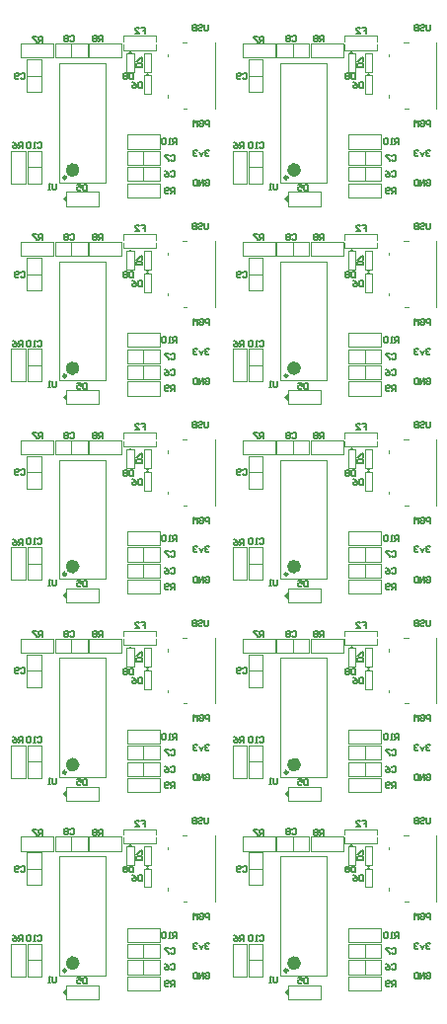
<source format=gbr>
%TF.GenerationSoftware,Altium Limited,Altium Designer,20.1.8 (145)*%
G04 Layer_Color=65535*
%FSLAX45Y45*%
%MOMM*%
%TF.SameCoordinates,B3CF18BB-8163-4733-9D89-4CFBB204D872*%
%TF.FilePolarity,Positive*%
%TF.FileFunction,Legend,Bot*%
%TF.Part,CustomerPanel*%
G01*
G75*
%TA.AperFunction,NonConductor*%
%ADD29C,0.25000*%
%ADD30C,0.60000*%
%ADD31C,0.10160*%
%ADD32C,0.12700*%
G36*
X3561440Y8827080D02*
X3521440D01*
X3541440Y8847080D01*
X3561440Y8827080D01*
D02*
G37*
G36*
X1661440D02*
X1621440D01*
X1641440Y8847080D01*
X1661440Y8827080D01*
D02*
G37*
G36*
X3692019Y8650850D02*
X3708249Y8634620D01*
X3668248D01*
X3684478Y8650850D01*
X3668248Y8667080D01*
X3708249D01*
X3692019Y8650850D01*
D02*
G37*
G36*
X1792019D02*
X1808249Y8634620D01*
X1768248D01*
X1784478Y8650850D01*
X1768248Y8667080D01*
X1808249D01*
X1792019Y8650850D01*
D02*
G37*
G36*
X2992840Y7545500D02*
X2962840Y7575500D01*
X2992840Y7605500D01*
Y7545500D01*
D02*
G37*
G36*
X1092840D02*
X1062840Y7575500D01*
X1092840Y7605500D01*
Y7545500D01*
D02*
G37*
G36*
X3561440Y7127080D02*
X3521440D01*
X3541440Y7147080D01*
X3561440Y7127080D01*
D02*
G37*
G36*
X1661440D02*
X1621440D01*
X1641440Y7147080D01*
X1661440Y7127080D01*
D02*
G37*
G36*
X3692019Y6950850D02*
X3708249Y6934620D01*
X3668248D01*
X3684478Y6950850D01*
X3668248Y6967080D01*
X3708249D01*
X3692019Y6950850D01*
D02*
G37*
G36*
X1792019D02*
X1808249Y6934620D01*
X1768248D01*
X1784478Y6950850D01*
X1768248Y6967080D01*
X1808249D01*
X1792019Y6950850D01*
D02*
G37*
G36*
X2992840Y5845500D02*
X2962840Y5875500D01*
X2992840Y5905500D01*
Y5845500D01*
D02*
G37*
G36*
X1092840D02*
X1062840Y5875500D01*
X1092840Y5905500D01*
Y5845500D01*
D02*
G37*
G36*
X3561440Y5427080D02*
X3521440D01*
X3541440Y5447080D01*
X3561440Y5427080D01*
D02*
G37*
G36*
X1661440D02*
X1621440D01*
X1641440Y5447080D01*
X1661440Y5427080D01*
D02*
G37*
G36*
X3692019Y5250850D02*
X3708249Y5234620D01*
X3668248D01*
X3684478Y5250850D01*
X3668248Y5267080D01*
X3708249D01*
X3692019Y5250850D01*
D02*
G37*
G36*
X1792019D02*
X1808249Y5234620D01*
X1768248D01*
X1784478Y5250850D01*
X1768248Y5267080D01*
X1808249D01*
X1792019Y5250850D01*
D02*
G37*
G36*
X2992840Y4145500D02*
X2962840Y4175500D01*
X2992840Y4205500D01*
Y4145500D01*
D02*
G37*
G36*
X1092840D02*
X1062840Y4175500D01*
X1092840Y4205500D01*
Y4145500D01*
D02*
G37*
G36*
X3561440Y3727080D02*
X3521440D01*
X3541440Y3747080D01*
X3561440Y3727080D01*
D02*
G37*
G36*
X1661440D02*
X1621440D01*
X1641440Y3747080D01*
X1661440Y3727080D01*
D02*
G37*
G36*
X3692019Y3550850D02*
X3708249Y3534620D01*
X3668248D01*
X3684478Y3550850D01*
X3668248Y3567080D01*
X3708249D01*
X3692019Y3550850D01*
D02*
G37*
G36*
X1792019D02*
X1808249Y3534620D01*
X1768248D01*
X1784478Y3550850D01*
X1768248Y3567080D01*
X1808249D01*
X1792019Y3550850D01*
D02*
G37*
G36*
X2992840Y2445500D02*
X2962840Y2475500D01*
X2992840Y2505500D01*
Y2445500D01*
D02*
G37*
G36*
X1092840D02*
X1062840Y2475500D01*
X1092840Y2505500D01*
Y2445500D01*
D02*
G37*
G36*
X3561440Y2027080D02*
X3521440D01*
X3541440Y2047080D01*
X3561440Y2027080D01*
D02*
G37*
G36*
X1661440D02*
X1621440D01*
X1641440Y2047080D01*
X1661440Y2027080D01*
D02*
G37*
G36*
X3692019Y1850850D02*
X3708249Y1834620D01*
X3668248D01*
X3684478Y1850850D01*
X3668248Y1867080D01*
X3708249D01*
X3692019Y1850850D01*
D02*
G37*
G36*
X1792019D02*
X1808249Y1834620D01*
X1768248D01*
X1784478Y1850850D01*
X1768248Y1867080D01*
X1808249D01*
X1792019Y1850850D01*
D02*
G37*
G36*
X2992840Y745500D02*
X2962840Y775500D01*
X2992840Y805500D01*
Y745500D01*
D02*
G37*
G36*
X1092840D02*
X1062840Y775500D01*
X1092840Y805500D01*
Y745500D01*
D02*
G37*
D29*
X1091480Y958979D02*
G03*
X1091480Y958979I-12500J0D01*
G01*
X2991480D02*
G03*
X2991480Y958979I-12500J0D01*
G01*
X1091480Y2658979D02*
G03*
X1091480Y2658979I-12500J0D01*
G01*
X2991480D02*
G03*
X2991480Y2658979I-12500J0D01*
G01*
X1091480Y4358980D02*
G03*
X1091480Y4358980I-12500J0D01*
G01*
X2991480D02*
G03*
X2991480Y4358980I-12500J0D01*
G01*
X1091480Y6058980D02*
G03*
X1091480Y6058980I-12500J0D01*
G01*
X2991480D02*
G03*
X2991480Y6058980I-12500J0D01*
G01*
X1091480Y7758980D02*
G03*
X1091480Y7758980I-12500J0D01*
G01*
X2991480D02*
G03*
X2991480Y7758980I-12500J0D01*
G01*
D30*
X1176560Y1024060D02*
G03*
X1176560Y1024060I-30000J0D01*
G01*
X3076560D02*
G03*
X3076560Y1024060I-30000J0D01*
G01*
X1176560Y2724060D02*
G03*
X1176560Y2724060I-30000J0D01*
G01*
X3076560D02*
G03*
X3076560Y2724060I-30000J0D01*
G01*
X1176560Y4424060D02*
G03*
X1176560Y4424060I-30000J0D01*
G01*
X3076560D02*
G03*
X3076560Y4424060I-30000J0D01*
G01*
X1176560Y6124060D02*
G03*
X1176560Y6124060I-30000J0D01*
G01*
X3076560D02*
G03*
X3076560Y6124060I-30000J0D01*
G01*
X1176560Y7824060D02*
G03*
X1176560Y7824060I-30000J0D01*
G01*
X3076560D02*
G03*
X3076560Y7824060I-30000J0D01*
G01*
D31*
X2366300Y1549000D02*
Y2115000D01*
X2095566Y1549000D02*
X2126300D01*
X2089039Y2115000D02*
X2126300D01*
X1961300Y1646000D02*
Y1666000D01*
Y1997261D02*
Y2017261D01*
X1581140Y2125360D02*
Y2172860D01*
X1861140D01*
Y2125360D02*
Y2172860D01*
X1581140Y2052860D02*
Y2100360D01*
Y2052860D02*
X1861140D01*
Y2100360D01*
X1028980Y918980D02*
Y1938980D01*
X1428980Y918980D02*
Y1938980D01*
X1028980Y918980D02*
X1428980D01*
X1028980Y1938980D02*
X1428980D01*
X1758249Y1674619D02*
Y1834620D01*
Y1674619D02*
X1818248D01*
Y1834620D01*
X1758249D02*
X1818248D01*
X1758249Y1867080D02*
X1818248D01*
X1758249D02*
Y2027080D01*
X1818248D01*
Y1867080D02*
Y2027080D01*
X1611440Y1867080D02*
Y2027080D01*
Y1867080D02*
X1671440D01*
Y2027080D01*
X1611440D02*
X1671440D01*
X1092840Y715500D02*
X1372840D01*
Y835499D01*
X1092840D02*
X1372840D01*
X1092840Y715500D02*
Y835499D01*
X1754904Y1067602D02*
Y1187602D01*
X1894904Y1067602D02*
Y1187602D01*
X1614904Y1067602D02*
X1894904D01*
X1614904D02*
Y1187602D01*
X1894904D01*
X1614904Y909968D02*
X1894904D01*
X1614904Y789969D02*
Y909968D01*
Y789969D02*
X1894904D01*
Y909968D01*
X1754904Y928785D02*
Y1048785D01*
X1894904Y928785D02*
Y1048785D01*
X1614904Y928785D02*
X1894904D01*
X1614904D02*
Y1048785D01*
X1894904D01*
X1614904Y1326418D02*
X1894904D01*
X1614904Y1206418D02*
Y1326418D01*
Y1206418D02*
X1894904D01*
Y1326418D01*
X620340Y909240D02*
Y1189240D01*
Y909240D02*
X740340D01*
Y1189240D01*
X620340D02*
X740340D01*
X703340Y1986325D02*
Y2106325D01*
X983340D01*
Y1986325D02*
Y2106325D01*
X703340Y1986325D02*
X983340D01*
X1288199Y2106325D02*
X1568199D01*
X1288199Y1986325D02*
Y2106325D01*
Y1986325D02*
X1568199D01*
Y2106325D01*
X1135770Y1986325D02*
Y2106325D01*
X995770Y1986325D02*
Y2106325D01*
X1275770D01*
Y1986325D02*
Y2106325D01*
X995770Y1986325D02*
X1275770D01*
X876600Y1691540D02*
Y1971540D01*
X756600D02*
X876600D01*
X756600Y1691540D02*
Y1971540D01*
Y1691540D02*
X876600D01*
X756600Y1831540D02*
X876600D01*
X757500Y1049240D02*
X877500D01*
X757500Y1189240D02*
X877500D01*
Y909240D02*
Y1189240D01*
X757500Y909240D02*
X877500D01*
X757500D02*
Y1189240D01*
X4266300Y1549000D02*
Y2115000D01*
X3995566Y1549000D02*
X4026300D01*
X3989039Y2115000D02*
X4026300D01*
X3861300Y1646000D02*
Y1666000D01*
Y1997261D02*
Y2017261D01*
X3481140Y2125360D02*
Y2172860D01*
X3761140D01*
Y2125360D02*
Y2172860D01*
X3481140Y2052860D02*
Y2100360D01*
Y2052860D02*
X3761140D01*
Y2100360D01*
X2928980Y918980D02*
Y1938980D01*
X3328980Y918980D02*
Y1938980D01*
X2928980Y918980D02*
X3328980D01*
X2928980Y1938980D02*
X3328980D01*
X3658249Y1674619D02*
Y1834620D01*
Y1674619D02*
X3718248D01*
Y1834620D01*
X3658249D02*
X3718248D01*
X3658249Y1867080D02*
X3718248D01*
X3658249D02*
Y2027080D01*
X3718248D01*
Y1867080D02*
Y2027080D01*
X3511440Y1867080D02*
Y2027080D01*
Y1867080D02*
X3571440D01*
Y2027080D01*
X3511440D02*
X3571440D01*
X2992840Y715500D02*
X3272840D01*
Y835499D01*
X2992840D02*
X3272840D01*
X2992840Y715500D02*
Y835499D01*
X3654904Y1067602D02*
Y1187602D01*
X3794904Y1067602D02*
Y1187602D01*
X3514904Y1067602D02*
X3794904D01*
X3514904D02*
Y1187602D01*
X3794904D01*
X3514904Y909968D02*
X3794904D01*
X3514904Y789969D02*
Y909968D01*
Y789969D02*
X3794904D01*
Y909968D01*
X3654904Y928785D02*
Y1048785D01*
X3794904Y928785D02*
Y1048785D01*
X3514904Y928785D02*
X3794904D01*
X3514904D02*
Y1048785D01*
X3794904D01*
X3514904Y1326418D02*
X3794904D01*
X3514904Y1206418D02*
Y1326418D01*
Y1206418D02*
X3794904D01*
Y1326418D01*
X2520340Y909240D02*
Y1189240D01*
Y909240D02*
X2640340D01*
Y1189240D01*
X2520340D02*
X2640340D01*
X2603340Y1986325D02*
Y2106325D01*
X2883340D01*
Y1986325D02*
Y2106325D01*
X2603340Y1986325D02*
X2883340D01*
X3188199Y2106325D02*
X3468199D01*
X3188199Y1986325D02*
Y2106325D01*
Y1986325D02*
X3468199D01*
Y2106325D01*
X3035770Y1986325D02*
Y2106325D01*
X2895770Y1986325D02*
Y2106325D01*
X3175770D01*
Y1986325D02*
Y2106325D01*
X2895770Y1986325D02*
X3175770D01*
X2776600Y1691540D02*
Y1971540D01*
X2656600D02*
X2776600D01*
X2656600Y1691540D02*
Y1971540D01*
Y1691540D02*
X2776600D01*
X2656600Y1831540D02*
X2776600D01*
X2657500Y1049240D02*
X2777500D01*
X2657500Y1189240D02*
X2777500D01*
Y909240D02*
Y1189240D01*
X2657500Y909240D02*
X2777500D01*
X2657500D02*
Y1189240D01*
X2366300Y3249000D02*
Y3815000D01*
X2095566Y3249000D02*
X2126300D01*
X2089039Y3815000D02*
X2126300D01*
X1961300Y3346000D02*
Y3366000D01*
Y3697261D02*
Y3717261D01*
X1581140Y3825360D02*
Y3872860D01*
X1861140D01*
Y3825360D02*
Y3872860D01*
X1581140Y3752860D02*
Y3800360D01*
Y3752860D02*
X1861140D01*
Y3800360D01*
X1028980Y2618980D02*
Y3638980D01*
X1428980Y2618980D02*
Y3638980D01*
X1028980Y2618980D02*
X1428980D01*
X1028980Y3638980D02*
X1428980D01*
X1758249Y3374620D02*
Y3534620D01*
Y3374620D02*
X1818248D01*
Y3534620D01*
X1758249D02*
X1818248D01*
X1758249Y3567080D02*
X1818248D01*
X1758249D02*
Y3727080D01*
X1818248D01*
Y3567080D02*
Y3727080D01*
X1611440Y3567080D02*
Y3727080D01*
Y3567080D02*
X1671440D01*
Y3727080D01*
X1611440D02*
X1671440D01*
X1092840Y2415500D02*
X1372840D01*
Y2535500D01*
X1092840D02*
X1372840D01*
X1092840Y2415500D02*
Y2535500D01*
X1754904Y2767602D02*
Y2887602D01*
X1894904Y2767602D02*
Y2887602D01*
X1614904Y2767602D02*
X1894904D01*
X1614904D02*
Y2887602D01*
X1894904D01*
X1614904Y2609969D02*
X1894904D01*
X1614904Y2489969D02*
Y2609969D01*
Y2489969D02*
X1894904D01*
Y2609969D01*
X1754904Y2628785D02*
Y2748785D01*
X1894904Y2628785D02*
Y2748785D01*
X1614904Y2628785D02*
X1894904D01*
X1614904D02*
Y2748785D01*
X1894904D01*
X1614904Y3026418D02*
X1894904D01*
X1614904Y2906419D02*
Y3026418D01*
Y2906419D02*
X1894904D01*
Y3026418D01*
X620340Y2609240D02*
Y2889240D01*
Y2609240D02*
X740340D01*
Y2889240D01*
X620340D02*
X740340D01*
X703340Y3686325D02*
Y3806325D01*
X983340D01*
Y3686325D02*
Y3806325D01*
X703340Y3686325D02*
X983340D01*
X1288199Y3806325D02*
X1568199D01*
X1288199Y3686325D02*
Y3806325D01*
Y3686325D02*
X1568199D01*
Y3806325D01*
X1135770Y3686325D02*
Y3806325D01*
X995770Y3686325D02*
Y3806325D01*
X1275770D01*
Y3686325D02*
Y3806325D01*
X995770Y3686325D02*
X1275770D01*
X876600Y3391540D02*
Y3671540D01*
X756600D02*
X876600D01*
X756600Y3391540D02*
Y3671540D01*
Y3391540D02*
X876600D01*
X756600Y3531540D02*
X876600D01*
X757500Y2749240D02*
X877500D01*
X757500Y2889240D02*
X877500D01*
Y2609240D02*
Y2889240D01*
X757500Y2609240D02*
X877500D01*
X757500D02*
Y2889240D01*
X4266300Y3249000D02*
Y3815000D01*
X3995566Y3249000D02*
X4026300D01*
X3989039Y3815000D02*
X4026300D01*
X3861300Y3346000D02*
Y3366000D01*
Y3697261D02*
Y3717261D01*
X3481140Y3825360D02*
Y3872860D01*
X3761140D01*
Y3825360D02*
Y3872860D01*
X3481140Y3752860D02*
Y3800360D01*
Y3752860D02*
X3761140D01*
Y3800360D01*
X2928980Y2618980D02*
Y3638980D01*
X3328980Y2618980D02*
Y3638980D01*
X2928980Y2618980D02*
X3328980D01*
X2928980Y3638980D02*
X3328980D01*
X3658249Y3374620D02*
Y3534620D01*
Y3374620D02*
X3718248D01*
Y3534620D01*
X3658249D02*
X3718248D01*
X3658249Y3567080D02*
X3718248D01*
X3658249D02*
Y3727080D01*
X3718248D01*
Y3567080D02*
Y3727080D01*
X3511440Y3567080D02*
Y3727080D01*
Y3567080D02*
X3571440D01*
Y3727080D01*
X3511440D02*
X3571440D01*
X2992840Y2415500D02*
X3272840D01*
Y2535500D01*
X2992840D02*
X3272840D01*
X2992840Y2415500D02*
Y2535500D01*
X3654904Y2767602D02*
Y2887602D01*
X3794904Y2767602D02*
Y2887602D01*
X3514904Y2767602D02*
X3794904D01*
X3514904D02*
Y2887602D01*
X3794904D01*
X3514904Y2609969D02*
X3794904D01*
X3514904Y2489969D02*
Y2609969D01*
Y2489969D02*
X3794904D01*
Y2609969D01*
X3654904Y2628785D02*
Y2748785D01*
X3794904Y2628785D02*
Y2748785D01*
X3514904Y2628785D02*
X3794904D01*
X3514904D02*
Y2748785D01*
X3794904D01*
X3514904Y3026418D02*
X3794904D01*
X3514904Y2906419D02*
Y3026418D01*
Y2906419D02*
X3794904D01*
Y3026418D01*
X2520340Y2609240D02*
Y2889240D01*
Y2609240D02*
X2640340D01*
Y2889240D01*
X2520340D02*
X2640340D01*
X2603340Y3686325D02*
Y3806325D01*
X2883340D01*
Y3686325D02*
Y3806325D01*
X2603340Y3686325D02*
X2883340D01*
X3188199Y3806325D02*
X3468199D01*
X3188199Y3686325D02*
Y3806325D01*
Y3686325D02*
X3468199D01*
Y3806325D01*
X3035770Y3686325D02*
Y3806325D01*
X2895770Y3686325D02*
Y3806325D01*
X3175770D01*
Y3686325D02*
Y3806325D01*
X2895770Y3686325D02*
X3175770D01*
X2776600Y3391540D02*
Y3671540D01*
X2656600D02*
X2776600D01*
X2656600Y3391540D02*
Y3671540D01*
Y3391540D02*
X2776600D01*
X2656600Y3531540D02*
X2776600D01*
X2657500Y2749240D02*
X2777500D01*
X2657500Y2889240D02*
X2777500D01*
Y2609240D02*
Y2889240D01*
X2657500Y2609240D02*
X2777500D01*
X2657500D02*
Y2889240D01*
X2366300Y4949000D02*
Y5515000D01*
X2095566Y4949000D02*
X2126300D01*
X2089039Y5515000D02*
X2126300D01*
X1961300Y5046000D02*
Y5066000D01*
Y5397261D02*
Y5417261D01*
X1581140Y5525360D02*
Y5572860D01*
X1861140D01*
Y5525360D02*
Y5572860D01*
X1581140Y5452860D02*
Y5500360D01*
Y5452860D02*
X1861140D01*
Y5500360D01*
X1028980Y4318980D02*
Y5338980D01*
X1428980Y4318980D02*
Y5338980D01*
X1028980Y4318980D02*
X1428980D01*
X1028980Y5338980D02*
X1428980D01*
X1758249Y5074620D02*
Y5234620D01*
Y5074620D02*
X1818248D01*
Y5234620D01*
X1758249D02*
X1818248D01*
X1758249Y5267080D02*
X1818248D01*
X1758249D02*
Y5427080D01*
X1818248D01*
Y5267080D02*
Y5427080D01*
X1611440Y5267080D02*
Y5427080D01*
Y5267080D02*
X1671440D01*
Y5427080D01*
X1611440D02*
X1671440D01*
X1092840Y4115500D02*
X1372840D01*
Y4235500D01*
X1092840D02*
X1372840D01*
X1092840Y4115500D02*
Y4235500D01*
X1754904Y4467602D02*
Y4587602D01*
X1894904Y4467602D02*
Y4587602D01*
X1614904Y4467602D02*
X1894904D01*
X1614904D02*
Y4587602D01*
X1894904D01*
X1614904Y4309969D02*
X1894904D01*
X1614904Y4189969D02*
Y4309969D01*
Y4189969D02*
X1894904D01*
Y4309969D01*
X1754904Y4328786D02*
Y4448785D01*
X1894904Y4328786D02*
Y4448785D01*
X1614904Y4328786D02*
X1894904D01*
X1614904D02*
Y4448785D01*
X1894904D01*
X1614904Y4726419D02*
X1894904D01*
X1614904Y4606419D02*
Y4726419D01*
Y4606419D02*
X1894904D01*
Y4726419D01*
X620340Y4309240D02*
Y4589240D01*
Y4309240D02*
X740340D01*
Y4589240D01*
X620340D02*
X740340D01*
X703340Y5386325D02*
Y5506325D01*
X983340D01*
Y5386325D02*
Y5506325D01*
X703340Y5386325D02*
X983340D01*
X1288199Y5506325D02*
X1568199D01*
X1288199Y5386325D02*
Y5506325D01*
Y5386325D02*
X1568199D01*
Y5506325D01*
X1135770Y5386325D02*
Y5506325D01*
X995770Y5386325D02*
Y5506325D01*
X1275770D01*
Y5386325D02*
Y5506325D01*
X995770Y5386325D02*
X1275770D01*
X876600Y5091540D02*
Y5371540D01*
X756600D02*
X876600D01*
X756600Y5091540D02*
Y5371540D01*
Y5091540D02*
X876600D01*
X756600Y5231540D02*
X876600D01*
X757500Y4449240D02*
X877500D01*
X757500Y4589240D02*
X877500D01*
Y4309240D02*
Y4589240D01*
X757500Y4309240D02*
X877500D01*
X757500D02*
Y4589240D01*
X4266300Y4949000D02*
Y5515000D01*
X3995566Y4949000D02*
X4026300D01*
X3989039Y5515000D02*
X4026300D01*
X3861300Y5046000D02*
Y5066000D01*
Y5397261D02*
Y5417261D01*
X3481140Y5525360D02*
Y5572860D01*
X3761140D01*
Y5525360D02*
Y5572860D01*
X3481140Y5452860D02*
Y5500360D01*
Y5452860D02*
X3761140D01*
Y5500360D01*
X2928980Y4318980D02*
Y5338980D01*
X3328980Y4318980D02*
Y5338980D01*
X2928980Y4318980D02*
X3328980D01*
X2928980Y5338980D02*
X3328980D01*
X3658249Y5074620D02*
Y5234620D01*
Y5074620D02*
X3718248D01*
Y5234620D01*
X3658249D02*
X3718248D01*
X3658249Y5267080D02*
X3718248D01*
X3658249D02*
Y5427080D01*
X3718248D01*
Y5267080D02*
Y5427080D01*
X3511440Y5267080D02*
Y5427080D01*
Y5267080D02*
X3571440D01*
Y5427080D01*
X3511440D02*
X3571440D01*
X2992840Y4115500D02*
X3272840D01*
Y4235500D01*
X2992840D02*
X3272840D01*
X2992840Y4115500D02*
Y4235500D01*
X3654904Y4467602D02*
Y4587602D01*
X3794904Y4467602D02*
Y4587602D01*
X3514904Y4467602D02*
X3794904D01*
X3514904D02*
Y4587602D01*
X3794904D01*
X3514904Y4309969D02*
X3794904D01*
X3514904Y4189969D02*
Y4309969D01*
Y4189969D02*
X3794904D01*
Y4309969D01*
X3654904Y4328786D02*
Y4448785D01*
X3794904Y4328786D02*
Y4448785D01*
X3514904Y4328786D02*
X3794904D01*
X3514904D02*
Y4448785D01*
X3794904D01*
X3514904Y4726419D02*
X3794904D01*
X3514904Y4606419D02*
Y4726419D01*
Y4606419D02*
X3794904D01*
Y4726419D01*
X2520340Y4309240D02*
Y4589240D01*
Y4309240D02*
X2640340D01*
Y4589240D01*
X2520340D02*
X2640340D01*
X2603340Y5386325D02*
Y5506325D01*
X2883340D01*
Y5386325D02*
Y5506325D01*
X2603340Y5386325D02*
X2883340D01*
X3188199Y5506325D02*
X3468199D01*
X3188199Y5386325D02*
Y5506325D01*
Y5386325D02*
X3468199D01*
Y5506325D01*
X3035770Y5386325D02*
Y5506325D01*
X2895770Y5386325D02*
Y5506325D01*
X3175770D01*
Y5386325D02*
Y5506325D01*
X2895770Y5386325D02*
X3175770D01*
X2776600Y5091540D02*
Y5371540D01*
X2656600D02*
X2776600D01*
X2656600Y5091540D02*
Y5371540D01*
Y5091540D02*
X2776600D01*
X2656600Y5231540D02*
X2776600D01*
X2657500Y4449240D02*
X2777500D01*
X2657500Y4589240D02*
X2777500D01*
Y4309240D02*
Y4589240D01*
X2657500Y4309240D02*
X2777500D01*
X2657500D02*
Y4589240D01*
X2366300Y6649000D02*
Y7215000D01*
X2095566Y6649000D02*
X2126300D01*
X2089039Y7215000D02*
X2126300D01*
X1961300Y6746000D02*
Y6766000D01*
Y7097261D02*
Y7117261D01*
X1581140Y7225360D02*
Y7272860D01*
X1861140D01*
Y7225360D02*
Y7272860D01*
X1581140Y7152860D02*
Y7200360D01*
Y7152860D02*
X1861140D01*
Y7200360D01*
X1028980Y6018980D02*
Y7038980D01*
X1428980Y6018980D02*
Y7038980D01*
X1028980Y6018980D02*
X1428980D01*
X1028980Y7038980D02*
X1428980D01*
X1758249Y6774620D02*
Y6934620D01*
Y6774620D02*
X1818248D01*
Y6934620D01*
X1758249D02*
X1818248D01*
X1758249Y6967080D02*
X1818248D01*
X1758249D02*
Y7127080D01*
X1818248D01*
Y6967080D02*
Y7127080D01*
X1611440Y6967080D02*
Y7127080D01*
Y6967080D02*
X1671440D01*
Y7127080D01*
X1611440D02*
X1671440D01*
X1092840Y5815500D02*
X1372840D01*
Y5935500D01*
X1092840D02*
X1372840D01*
X1092840Y5815500D02*
Y5935500D01*
X1754904Y6167602D02*
Y6287602D01*
X1894904Y6167602D02*
Y6287602D01*
X1614904Y6167602D02*
X1894904D01*
X1614904D02*
Y6287602D01*
X1894904D01*
X1614904Y6009969D02*
X1894904D01*
X1614904Y5889969D02*
Y6009969D01*
Y5889969D02*
X1894904D01*
Y6009969D01*
X1754904Y6028786D02*
Y6148786D01*
X1894904Y6028786D02*
Y6148786D01*
X1614904Y6028786D02*
X1894904D01*
X1614904D02*
Y6148786D01*
X1894904D01*
X1614904Y6426419D02*
X1894904D01*
X1614904Y6306419D02*
Y6426419D01*
Y6306419D02*
X1894904D01*
Y6426419D01*
X620340Y6009240D02*
Y6289240D01*
Y6009240D02*
X740340D01*
Y6289240D01*
X620340D02*
X740340D01*
X703340Y7086325D02*
Y7206325D01*
X983340D01*
Y7086325D02*
Y7206325D01*
X703340Y7086325D02*
X983340D01*
X1288199Y7206325D02*
X1568199D01*
X1288199Y7086325D02*
Y7206325D01*
Y7086325D02*
X1568199D01*
Y7206325D01*
X1135770Y7086325D02*
Y7206325D01*
X995770Y7086325D02*
Y7206325D01*
X1275770D01*
Y7086325D02*
Y7206325D01*
X995770Y7086325D02*
X1275770D01*
X876600Y6791540D02*
Y7071540D01*
X756600D02*
X876600D01*
X756600Y6791540D02*
Y7071540D01*
Y6791540D02*
X876600D01*
X756600Y6931540D02*
X876600D01*
X757500Y6149240D02*
X877500D01*
X757500Y6289240D02*
X877500D01*
Y6009240D02*
Y6289240D01*
X757500Y6009240D02*
X877500D01*
X757500D02*
Y6289240D01*
X4266300Y6649000D02*
Y7215000D01*
X3995566Y6649000D02*
X4026300D01*
X3989039Y7215000D02*
X4026300D01*
X3861300Y6746000D02*
Y6766000D01*
Y7097261D02*
Y7117261D01*
X3481140Y7225360D02*
Y7272860D01*
X3761140D01*
Y7225360D02*
Y7272860D01*
X3481140Y7152860D02*
Y7200360D01*
Y7152860D02*
X3761140D01*
Y7200360D01*
X2928980Y6018980D02*
Y7038980D01*
X3328980Y6018980D02*
Y7038980D01*
X2928980Y6018980D02*
X3328980D01*
X2928980Y7038980D02*
X3328980D01*
X3658249Y6774620D02*
Y6934620D01*
Y6774620D02*
X3718248D01*
Y6934620D01*
X3658249D02*
X3718248D01*
X3658249Y6967080D02*
X3718248D01*
X3658249D02*
Y7127080D01*
X3718248D01*
Y6967080D02*
Y7127080D01*
X3511440Y6967080D02*
Y7127080D01*
Y6967080D02*
X3571440D01*
Y7127080D01*
X3511440D02*
X3571440D01*
X2992840Y5815500D02*
X3272840D01*
Y5935500D01*
X2992840D02*
X3272840D01*
X2992840Y5815500D02*
Y5935500D01*
X3654904Y6167602D02*
Y6287602D01*
X3794904Y6167602D02*
Y6287602D01*
X3514904Y6167602D02*
X3794904D01*
X3514904D02*
Y6287602D01*
X3794904D01*
X3514904Y6009969D02*
X3794904D01*
X3514904Y5889969D02*
Y6009969D01*
Y5889969D02*
X3794904D01*
Y6009969D01*
X3654904Y6028786D02*
Y6148786D01*
X3794904Y6028786D02*
Y6148786D01*
X3514904Y6028786D02*
X3794904D01*
X3514904D02*
Y6148786D01*
X3794904D01*
X3514904Y6426419D02*
X3794904D01*
X3514904Y6306419D02*
Y6426419D01*
Y6306419D02*
X3794904D01*
Y6426419D01*
X2520340Y6009240D02*
Y6289240D01*
Y6009240D02*
X2640340D01*
Y6289240D01*
X2520340D02*
X2640340D01*
X2603340Y7086325D02*
Y7206325D01*
X2883340D01*
Y7086325D02*
Y7206325D01*
X2603340Y7086325D02*
X2883340D01*
X3188199Y7206325D02*
X3468199D01*
X3188199Y7086325D02*
Y7206325D01*
Y7086325D02*
X3468199D01*
Y7206325D01*
X3035770Y7086325D02*
Y7206325D01*
X2895770Y7086325D02*
Y7206325D01*
X3175770D01*
Y7086325D02*
Y7206325D01*
X2895770Y7086325D02*
X3175770D01*
X2776600Y6791540D02*
Y7071540D01*
X2656600D02*
X2776600D01*
X2656600Y6791540D02*
Y7071540D01*
Y6791540D02*
X2776600D01*
X2656600Y6931540D02*
X2776600D01*
X2657500Y6149240D02*
X2777500D01*
X2657500Y6289240D02*
X2777500D01*
Y6009240D02*
Y6289240D01*
X2657500Y6009240D02*
X2777500D01*
X2657500D02*
Y6289240D01*
X2366300Y8349000D02*
Y8915000D01*
X2095566Y8349000D02*
X2126300D01*
X2089039Y8915000D02*
X2126300D01*
X1961300Y8446000D02*
Y8466000D01*
Y8797262D02*
Y8817262D01*
X1581140Y8925360D02*
Y8972860D01*
X1861140D01*
Y8925360D02*
Y8972860D01*
X1581140Y8852860D02*
Y8900360D01*
Y8852860D02*
X1861140D01*
Y8900360D01*
X1028980Y7718980D02*
Y8738980D01*
X1428980Y7718980D02*
Y8738980D01*
X1028980Y7718980D02*
X1428980D01*
X1028980Y8738980D02*
X1428980D01*
X1758249Y8474620D02*
Y8634620D01*
Y8474620D02*
X1818248D01*
Y8634620D01*
X1758249D02*
X1818248D01*
X1758249Y8667080D02*
X1818248D01*
X1758249D02*
Y8827080D01*
X1818248D01*
Y8667080D02*
Y8827080D01*
X1611440Y8667080D02*
Y8827080D01*
Y8667080D02*
X1671440D01*
Y8827080D01*
X1611440D02*
X1671440D01*
X1092840Y7515500D02*
X1372840D01*
Y7635500D01*
X1092840D02*
X1372840D01*
X1092840Y7515500D02*
Y7635500D01*
X1754904Y7867603D02*
Y7987602D01*
X1894904Y7867603D02*
Y7987602D01*
X1614904Y7867603D02*
X1894904D01*
X1614904D02*
Y7987602D01*
X1894904D01*
X1614904Y7709969D02*
X1894904D01*
X1614904Y7589969D02*
Y7709969D01*
Y7589969D02*
X1894904D01*
Y7709969D01*
X1754904Y7728786D02*
Y7848786D01*
X1894904Y7728786D02*
Y7848786D01*
X1614904Y7728786D02*
X1894904D01*
X1614904D02*
Y7848786D01*
X1894904D01*
X1614904Y8126419D02*
X1894904D01*
X1614904Y8006419D02*
Y8126419D01*
Y8006419D02*
X1894904D01*
Y8126419D01*
X620340Y7709240D02*
Y7989240D01*
Y7709240D02*
X740340D01*
Y7989240D01*
X620340D02*
X740340D01*
X703340Y8786326D02*
Y8906325D01*
X983340D01*
Y8786326D02*
Y8906325D01*
X703340Y8786326D02*
X983340D01*
X1288199Y8906325D02*
X1568199D01*
X1288199Y8786326D02*
Y8906325D01*
Y8786326D02*
X1568199D01*
Y8906325D01*
X1135770Y8786326D02*
Y8906325D01*
X995770Y8786326D02*
Y8906325D01*
X1275770D01*
Y8786326D02*
Y8906325D01*
X995770Y8786326D02*
X1275770D01*
X876600Y8491540D02*
Y8771540D01*
X756600D02*
X876600D01*
X756600Y8491540D02*
Y8771540D01*
Y8491540D02*
X876600D01*
X756600Y8631540D02*
X876600D01*
X757500Y7849240D02*
X877500D01*
X757500Y7989240D02*
X877500D01*
Y7709240D02*
Y7989240D01*
X757500Y7709240D02*
X877500D01*
X757500D02*
Y7989240D01*
X4266300Y8349000D02*
Y8915000D01*
X3995566Y8349000D02*
X4026300D01*
X3989039Y8915000D02*
X4026300D01*
X3861300Y8446000D02*
Y8466000D01*
Y8797262D02*
Y8817262D01*
X3481140Y8925360D02*
Y8972860D01*
X3761140D01*
Y8925360D02*
Y8972860D01*
X3481140Y8852860D02*
Y8900360D01*
Y8852860D02*
X3761140D01*
Y8900360D01*
X2928980Y7718980D02*
Y8738980D01*
X3328980Y7718980D02*
Y8738980D01*
X2928980Y7718980D02*
X3328980D01*
X2928980Y8738980D02*
X3328980D01*
X3658249Y8474620D02*
Y8634620D01*
Y8474620D02*
X3718248D01*
Y8634620D01*
X3658249D02*
X3718248D01*
X3658249Y8667080D02*
X3718248D01*
X3658249D02*
Y8827080D01*
X3718248D01*
Y8667080D02*
Y8827080D01*
X3511440Y8667080D02*
Y8827080D01*
Y8667080D02*
X3571440D01*
Y8827080D01*
X3511440D02*
X3571440D01*
X2992840Y7515500D02*
X3272840D01*
Y7635500D01*
X2992840D02*
X3272840D01*
X2992840Y7515500D02*
Y7635500D01*
X3654904Y7867603D02*
Y7987602D01*
X3794904Y7867603D02*
Y7987602D01*
X3514904Y7867603D02*
X3794904D01*
X3514904D02*
Y7987602D01*
X3794904D01*
X3514904Y7709969D02*
X3794904D01*
X3514904Y7589969D02*
Y7709969D01*
Y7589969D02*
X3794904D01*
Y7709969D01*
X3654904Y7728786D02*
Y7848786D01*
X3794904Y7728786D02*
Y7848786D01*
X3514904Y7728786D02*
X3794904D01*
X3514904D02*
Y7848786D01*
X3794904D01*
X3514904Y8126419D02*
X3794904D01*
X3514904Y8006419D02*
Y8126419D01*
Y8006419D02*
X3794904D01*
Y8126419D01*
X2520340Y7709240D02*
Y7989240D01*
Y7709240D02*
X2640340D01*
Y7989240D01*
X2520340D02*
X2640340D01*
X2603340Y8786326D02*
Y8906325D01*
X2883340D01*
Y8786326D02*
Y8906325D01*
X2603340Y8786326D02*
X2883340D01*
X3188199Y8906325D02*
X3468199D01*
X3188199Y8786326D02*
Y8906325D01*
Y8786326D02*
X3468199D01*
Y8906325D01*
X3035770Y8786326D02*
Y8906325D01*
X2895770Y8786326D02*
Y8906325D01*
X3175770D01*
Y8786326D02*
Y8906325D01*
X2895770Y8786326D02*
X3175770D01*
X2776600Y8491540D02*
Y8771540D01*
X2656600D02*
X2776600D01*
X2656600Y8491540D02*
Y8771540D01*
Y8491540D02*
X2776600D01*
X2656600Y8631540D02*
X2776600D01*
X2657500Y7849240D02*
X2777500D01*
X2657500Y7989240D02*
X2777500D01*
Y7709240D02*
Y7989240D01*
X2657500Y7709240D02*
X2777500D01*
X2657500D02*
Y7989240D01*
D32*
X2315172Y1188210D02*
X2306708Y1196674D01*
X2289780D01*
X2281316Y1188210D01*
Y1179746D01*
X2289780Y1171282D01*
X2298244D01*
X2289780D01*
X2281316Y1162818D01*
Y1154354D01*
X2289780Y1145890D01*
X2306708D01*
X2315172Y1154354D01*
X2264388Y1179746D02*
X2247460Y1145890D01*
X2230532Y1179746D01*
X2213605Y1188210D02*
X2205141Y1196674D01*
X2188213D01*
X2179749Y1188210D01*
Y1179746D01*
X2188213Y1171282D01*
X2196677D01*
X2188213D01*
X2179749Y1162818D01*
Y1154354D01*
X2188213Y1145890D01*
X2205141D01*
X2213605Y1154354D01*
X2281982Y931347D02*
X2290446Y939811D01*
X2307374D01*
X2315838Y931347D01*
Y897492D01*
X2307374Y889028D01*
X2290446D01*
X2281982Y897492D01*
Y914420D01*
X2298910D01*
X2265055Y889028D02*
Y939811D01*
X2231199Y889028D01*
Y939811D01*
X2214271D02*
Y889028D01*
X2188879D01*
X2180416Y897492D01*
Y931347D01*
X2188879Y939811D01*
X2214271D01*
X2316667Y1398074D02*
Y1448857D01*
X2291275D01*
X2282812Y1440393D01*
Y1423466D01*
X2291275Y1415001D01*
X2316667D01*
X2232028Y1440393D02*
X2240492Y1448857D01*
X2257420D01*
X2265884Y1440393D01*
Y1406538D01*
X2257420Y1398074D01*
X2240492D01*
X2232028Y1406538D01*
Y1423466D01*
X2248956D01*
X2215100Y1398074D02*
Y1448857D01*
X2198172Y1431929D01*
X2181245Y1448857D01*
Y1398074D01*
X1668703Y1851712D02*
Y1800929D01*
X1643311D01*
X1634847Y1809393D01*
Y1843248D01*
X1643311Y1851712D01*
X1668703D01*
X1617920Y1843248D02*
X1609456Y1851712D01*
X1592528D01*
X1584064Y1843248D01*
Y1834784D01*
X1592528Y1826320D01*
X1584064Y1817856D01*
Y1809393D01*
X1592528Y1800929D01*
X1609456D01*
X1617920Y1809393D01*
Y1817856D01*
X1609456Y1826320D01*
X1617920Y1834784D01*
Y1843248D01*
X1609456Y1826320D02*
X1592528D01*
X1985044Y1005713D02*
X1993508Y1014177D01*
X2010436D01*
X2018900Y1005713D01*
Y971858D01*
X2010436Y963394D01*
X1993508D01*
X1985044Y971858D01*
X1934261Y1014177D02*
X1951188Y1005713D01*
X1968116Y988785D01*
Y971858D01*
X1959652Y963394D01*
X1942724D01*
X1934261Y971858D01*
Y980321D01*
X1942724Y988785D01*
X1968116D01*
X1985044Y1144530D02*
X1993508Y1152994D01*
X2010436D01*
X2018900Y1144530D01*
Y1110674D01*
X2010436Y1102210D01*
X1993508D01*
X1985044Y1110674D01*
X1968116Y1152994D02*
X1934261D01*
Y1144530D01*
X1968116Y1110674D01*
Y1102210D01*
X2041759Y1241027D02*
Y1291811D01*
X2016368D01*
X2007904Y1283347D01*
Y1266419D01*
X2016368Y1257955D01*
X2041759D01*
X2024832D02*
X2007904Y1241027D01*
X1990976D02*
X1974048D01*
X1982512D01*
Y1291811D01*
X1990976Y1283347D01*
X1948656D02*
X1940192Y1291811D01*
X1923264D01*
X1914801Y1283347D01*
Y1249492D01*
X1923264Y1241027D01*
X1940192D01*
X1948656Y1249492D01*
Y1283347D01*
X2021400Y824577D02*
Y875360D01*
X1996008D01*
X1987544Y866897D01*
Y849969D01*
X1996008Y841505D01*
X2021400D01*
X2004472D02*
X1987544Y824577D01*
X1970616Y833041D02*
X1962152Y824577D01*
X1945224D01*
X1936760Y833041D01*
Y866897D01*
X1945224Y875360D01*
X1962152D01*
X1970616Y866897D01*
Y858433D01*
X1962152Y849969D01*
X1936760D01*
X2312691Y2267171D02*
Y2224852D01*
X2304227Y2216388D01*
X2287299D01*
X2278836Y2224852D01*
Y2267171D01*
X2228052Y2258708D02*
X2236516Y2267171D01*
X2253444D01*
X2261908Y2258708D01*
Y2250244D01*
X2253444Y2241780D01*
X2236516D01*
X2228052Y2233316D01*
Y2224852D01*
X2236516Y2216388D01*
X2253444D01*
X2261908Y2224852D01*
X2211124Y2267171D02*
Y2216388D01*
X2185732D01*
X2177269Y2224852D01*
Y2233316D01*
X2185732Y2241780D01*
X2211124D01*
X2185732D01*
X2177269Y2250244D01*
Y2258708D01*
X2185732Y2267171D01*
X2211124D01*
X1004163Y909628D02*
Y867309D01*
X995699Y858845D01*
X978771D01*
X970308Y867309D01*
Y909628D01*
X953380Y858845D02*
X936452D01*
X944916D01*
Y909628D01*
X953380Y901164D01*
X1404153Y2122440D02*
Y2173223D01*
X1378761D01*
X1370297Y2164759D01*
Y2147832D01*
X1378761Y2139368D01*
X1404153D01*
X1387225D02*
X1370297Y2122440D01*
X1353369Y2164759D02*
X1344905Y2173223D01*
X1327978D01*
X1319514Y2164759D01*
Y2156295D01*
X1327978Y2147832D01*
X1319514Y2139368D01*
Y2130904D01*
X1327978Y2122440D01*
X1344905D01*
X1353369Y2130904D01*
Y2139368D01*
X1344905Y2147832D01*
X1353369Y2156295D01*
Y2164759D01*
X1344905Y2147832D02*
X1327978D01*
X885847Y2120895D02*
Y2171679D01*
X860455D01*
X851991Y2163215D01*
Y2146287D01*
X860455Y2137823D01*
X885847D01*
X868919D02*
X851991Y2120895D01*
X835063Y2171679D02*
X801207D01*
Y2163215D01*
X835063Y2129359D01*
Y2120895D01*
X715039Y1210548D02*
Y1261331D01*
X689648D01*
X681184Y1252868D01*
Y1235940D01*
X689648Y1227476D01*
X715039D01*
X698112D02*
X681184Y1210548D01*
X630400Y1261331D02*
X647328Y1252868D01*
X664256Y1235940D01*
Y1219012D01*
X655792Y1210548D01*
X638864D01*
X630400Y1219012D01*
Y1227476D01*
X638864Y1235940D01*
X664256D01*
X1731575Y2246751D02*
X1765430D01*
Y2221359D01*
X1748502D01*
X1765430D01*
Y2195967D01*
X1680791D02*
X1714647D01*
X1680791Y2229823D01*
Y2238287D01*
X1689255Y2246751D01*
X1706183D01*
X1714647Y2238287D01*
X1741021Y1907920D02*
X1690237D01*
Y1933312D01*
X1698701Y1941776D01*
X1732557D01*
X1741021Y1933312D01*
Y1907920D01*
Y1958704D02*
Y1992559D01*
X1732557D01*
X1698701Y1958704D01*
X1690237D01*
X1741075Y1776804D02*
Y1726021D01*
X1715683D01*
X1707219Y1734485D01*
Y1768341D01*
X1715683Y1776804D01*
X1741075D01*
X1656436D02*
X1673363Y1768341D01*
X1690291Y1751413D01*
Y1734485D01*
X1681827Y1726021D01*
X1664899D01*
X1656436Y1734485D01*
Y1742949D01*
X1664899Y1751413D01*
X1690291D01*
X1266708Y900216D02*
Y849432D01*
X1241317D01*
X1232853Y857896D01*
Y891752D01*
X1241317Y900216D01*
X1266708D01*
X1182069D02*
X1215925D01*
Y874824D01*
X1198997Y883288D01*
X1190533D01*
X1182069Y874824D01*
Y857896D01*
X1190533Y849432D01*
X1207461D01*
X1215925Y857896D01*
X847124Y1255408D02*
X855588Y1263871D01*
X872515D01*
X880979Y1255408D01*
Y1221552D01*
X872515Y1213088D01*
X855588D01*
X847124Y1221552D01*
X830196Y1213088D02*
X813268D01*
X821732D01*
Y1263871D01*
X830196Y1255408D01*
X787876D02*
X779412Y1263871D01*
X762484D01*
X754021Y1255408D01*
Y1221552D01*
X762484Y1213088D01*
X779412D01*
X787876Y1221552D01*
Y1255408D01*
X704330Y1847264D02*
X712793Y1855728D01*
X729721D01*
X738185Y1847264D01*
Y1813408D01*
X729721Y1804944D01*
X712793D01*
X704330Y1813408D01*
X687402D02*
X678938Y1804944D01*
X662010D01*
X653546Y1813408D01*
Y1847264D01*
X662010Y1855728D01*
X678938D01*
X687402Y1847264D01*
Y1838800D01*
X678938Y1830336D01*
X653546D01*
X1126181Y2165800D02*
X1134645Y2174264D01*
X1151572D01*
X1160037Y2165800D01*
Y2131944D01*
X1151572Y2123480D01*
X1134645D01*
X1126181Y2131944D01*
X1109253Y2165800D02*
X1100789Y2174264D01*
X1083861D01*
X1075397Y2165800D01*
Y2157336D01*
X1083861Y2148872D01*
X1075397Y2140408D01*
Y2131944D01*
X1083861Y2123480D01*
X1100789D01*
X1109253Y2131944D01*
Y2140408D01*
X1100789Y2148872D01*
X1109253Y2157336D01*
Y2165800D01*
X1100789Y2148872D02*
X1083861D01*
X4215172Y1188210D02*
X4206708Y1196674D01*
X4189780D01*
X4181316Y1188210D01*
Y1179746D01*
X4189780Y1171282D01*
X4198244D01*
X4189780D01*
X4181316Y1162818D01*
Y1154354D01*
X4189780Y1145890D01*
X4206708D01*
X4215172Y1154354D01*
X4164388Y1179746D02*
X4147460Y1145890D01*
X4130533Y1179746D01*
X4113605Y1188210D02*
X4105141Y1196674D01*
X4088213D01*
X4079749Y1188210D01*
Y1179746D01*
X4088213Y1171282D01*
X4096677D01*
X4088213D01*
X4079749Y1162818D01*
Y1154354D01*
X4088213Y1145890D01*
X4105141D01*
X4113605Y1154354D01*
X4181982Y931347D02*
X4190446Y939811D01*
X4207374D01*
X4215838Y931347D01*
Y897492D01*
X4207374Y889028D01*
X4190446D01*
X4181982Y897492D01*
Y914420D01*
X4198910D01*
X4165055Y889028D02*
Y939811D01*
X4131199Y889028D01*
Y939811D01*
X4114271D02*
Y889028D01*
X4088879D01*
X4080416Y897492D01*
Y931347D01*
X4088879Y939811D01*
X4114271D01*
X4216667Y1398074D02*
Y1448857D01*
X4191275D01*
X4182812Y1440393D01*
Y1423466D01*
X4191275Y1415001D01*
X4216667D01*
X4132028Y1440393D02*
X4140492Y1448857D01*
X4157420D01*
X4165884Y1440393D01*
Y1406538D01*
X4157420Y1398074D01*
X4140492D01*
X4132028Y1406538D01*
Y1423466D01*
X4148956D01*
X4115100Y1398074D02*
Y1448857D01*
X4098172Y1431929D01*
X4081245Y1448857D01*
Y1398074D01*
X3568703Y1851712D02*
Y1800929D01*
X3543311D01*
X3534847Y1809393D01*
Y1843248D01*
X3543311Y1851712D01*
X3568703D01*
X3517920Y1843248D02*
X3509456Y1851712D01*
X3492528D01*
X3484064Y1843248D01*
Y1834784D01*
X3492528Y1826320D01*
X3484064Y1817856D01*
Y1809393D01*
X3492528Y1800929D01*
X3509456D01*
X3517920Y1809393D01*
Y1817856D01*
X3509456Y1826320D01*
X3517920Y1834784D01*
Y1843248D01*
X3509456Y1826320D02*
X3492528D01*
X3885044Y1005713D02*
X3893508Y1014177D01*
X3910436D01*
X3918900Y1005713D01*
Y971858D01*
X3910436Y963394D01*
X3893508D01*
X3885044Y971858D01*
X3834261Y1014177D02*
X3851188Y1005713D01*
X3868116Y988785D01*
Y971858D01*
X3859652Y963394D01*
X3842724D01*
X3834261Y971858D01*
Y980321D01*
X3842724Y988785D01*
X3868116D01*
X3885044Y1144530D02*
X3893508Y1152994D01*
X3910436D01*
X3918900Y1144530D01*
Y1110674D01*
X3910436Y1102210D01*
X3893508D01*
X3885044Y1110674D01*
X3868116Y1152994D02*
X3834261D01*
Y1144530D01*
X3868116Y1110674D01*
Y1102210D01*
X3941759Y1241027D02*
Y1291811D01*
X3916368D01*
X3907904Y1283347D01*
Y1266419D01*
X3916368Y1257955D01*
X3941759D01*
X3924832D02*
X3907904Y1241027D01*
X3890976D02*
X3874048D01*
X3882512D01*
Y1291811D01*
X3890976Y1283347D01*
X3848656D02*
X3840192Y1291811D01*
X3823264D01*
X3814801Y1283347D01*
Y1249492D01*
X3823264Y1241027D01*
X3840192D01*
X3848656Y1249492D01*
Y1283347D01*
X3921400Y824577D02*
Y875360D01*
X3896008D01*
X3887544Y866897D01*
Y849969D01*
X3896008Y841505D01*
X3921400D01*
X3904472D02*
X3887544Y824577D01*
X3870616Y833041D02*
X3862152Y824577D01*
X3845224D01*
X3836760Y833041D01*
Y866897D01*
X3845224Y875360D01*
X3862152D01*
X3870616Y866897D01*
Y858433D01*
X3862152Y849969D01*
X3836760D01*
X4212691Y2267171D02*
Y2224852D01*
X4204227Y2216388D01*
X4187299D01*
X4178836Y2224852D01*
Y2267171D01*
X4128052Y2258708D02*
X4136516Y2267171D01*
X4153444D01*
X4161908Y2258708D01*
Y2250244D01*
X4153444Y2241780D01*
X4136516D01*
X4128052Y2233316D01*
Y2224852D01*
X4136516Y2216388D01*
X4153444D01*
X4161908Y2224852D01*
X4111124Y2267171D02*
Y2216388D01*
X4085732D01*
X4077269Y2224852D01*
Y2233316D01*
X4085732Y2241780D01*
X4111124D01*
X4085732D01*
X4077269Y2250244D01*
Y2258708D01*
X4085732Y2267171D01*
X4111124D01*
X2904163Y909628D02*
Y867309D01*
X2895699Y858845D01*
X2878771D01*
X2870308Y867309D01*
Y909628D01*
X2853380Y858845D02*
X2836452D01*
X2844916D01*
Y909628D01*
X2853380Y901164D01*
X3304153Y2122440D02*
Y2173223D01*
X3278761D01*
X3270297Y2164759D01*
Y2147832D01*
X3278761Y2139368D01*
X3304153D01*
X3287225D02*
X3270297Y2122440D01*
X3253369Y2164759D02*
X3244905Y2173223D01*
X3227978D01*
X3219514Y2164759D01*
Y2156295D01*
X3227978Y2147832D01*
X3219514Y2139368D01*
Y2130904D01*
X3227978Y2122440D01*
X3244905D01*
X3253369Y2130904D01*
Y2139368D01*
X3244905Y2147832D01*
X3253369Y2156295D01*
Y2164759D01*
X3244905Y2147832D02*
X3227978D01*
X2785847Y2120895D02*
Y2171679D01*
X2760455D01*
X2751991Y2163215D01*
Y2146287D01*
X2760455Y2137823D01*
X2785847D01*
X2768919D02*
X2751991Y2120895D01*
X2735063Y2171679D02*
X2701207D01*
Y2163215D01*
X2735063Y2129359D01*
Y2120895D01*
X2615039Y1210548D02*
Y1261331D01*
X2589648D01*
X2581184Y1252868D01*
Y1235940D01*
X2589648Y1227476D01*
X2615039D01*
X2598112D02*
X2581184Y1210548D01*
X2530400Y1261331D02*
X2547328Y1252868D01*
X2564256Y1235940D01*
Y1219012D01*
X2555792Y1210548D01*
X2538864D01*
X2530400Y1219012D01*
Y1227476D01*
X2538864Y1235940D01*
X2564256D01*
X3631575Y2246751D02*
X3665430D01*
Y2221359D01*
X3648502D01*
X3665430D01*
Y2195967D01*
X3580791D02*
X3614647D01*
X3580791Y2229823D01*
Y2238287D01*
X3589255Y2246751D01*
X3606183D01*
X3614647Y2238287D01*
X3641021Y1907920D02*
X3590237D01*
Y1933312D01*
X3598701Y1941776D01*
X3632557D01*
X3641021Y1933312D01*
Y1907920D01*
Y1958704D02*
Y1992559D01*
X3632557D01*
X3598701Y1958704D01*
X3590237D01*
X3641075Y1776804D02*
Y1726021D01*
X3615683D01*
X3607219Y1734485D01*
Y1768341D01*
X3615683Y1776804D01*
X3641075D01*
X3556436D02*
X3573363Y1768341D01*
X3590291Y1751413D01*
Y1734485D01*
X3581827Y1726021D01*
X3564899D01*
X3556436Y1734485D01*
Y1742949D01*
X3564899Y1751413D01*
X3590291D01*
X3166708Y900216D02*
Y849432D01*
X3141317D01*
X3132853Y857896D01*
Y891752D01*
X3141317Y900216D01*
X3166708D01*
X3082069D02*
X3115925D01*
Y874824D01*
X3098997Y883288D01*
X3090533D01*
X3082069Y874824D01*
Y857896D01*
X3090533Y849432D01*
X3107461D01*
X3115925Y857896D01*
X2747124Y1255408D02*
X2755588Y1263871D01*
X2772515D01*
X2780979Y1255408D01*
Y1221552D01*
X2772515Y1213088D01*
X2755588D01*
X2747124Y1221552D01*
X2730196Y1213088D02*
X2713268D01*
X2721732D01*
Y1263871D01*
X2730196Y1255408D01*
X2687876D02*
X2679412Y1263871D01*
X2662484D01*
X2654021Y1255408D01*
Y1221552D01*
X2662484Y1213088D01*
X2679412D01*
X2687876Y1221552D01*
Y1255408D01*
X2604330Y1847264D02*
X2612793Y1855728D01*
X2629721D01*
X2638185Y1847264D01*
Y1813408D01*
X2629721Y1804944D01*
X2612793D01*
X2604330Y1813408D01*
X2587402D02*
X2578938Y1804944D01*
X2562010D01*
X2553546Y1813408D01*
Y1847264D01*
X2562010Y1855728D01*
X2578938D01*
X2587402Y1847264D01*
Y1838800D01*
X2578938Y1830336D01*
X2553546D01*
X3026181Y2165800D02*
X3034645Y2174264D01*
X3051573D01*
X3060037Y2165800D01*
Y2131944D01*
X3051573Y2123480D01*
X3034645D01*
X3026181Y2131944D01*
X3009253Y2165800D02*
X3000789Y2174264D01*
X2983861D01*
X2975397Y2165800D01*
Y2157336D01*
X2983861Y2148872D01*
X2975397Y2140408D01*
Y2131944D01*
X2983861Y2123480D01*
X3000789D01*
X3009253Y2131944D01*
Y2140408D01*
X3000789Y2148872D01*
X3009253Y2157336D01*
Y2165800D01*
X3000789Y2148872D02*
X2983861D01*
X2315172Y2888210D02*
X2306708Y2896674D01*
X2289780D01*
X2281316Y2888210D01*
Y2879746D01*
X2289780Y2871282D01*
X2298244D01*
X2289780D01*
X2281316Y2862818D01*
Y2854354D01*
X2289780Y2845890D01*
X2306708D01*
X2315172Y2854354D01*
X2264388Y2879746D02*
X2247460Y2845890D01*
X2230532Y2879746D01*
X2213605Y2888210D02*
X2205141Y2896674D01*
X2188213D01*
X2179749Y2888210D01*
Y2879746D01*
X2188213Y2871282D01*
X2196677D01*
X2188213D01*
X2179749Y2862818D01*
Y2854354D01*
X2188213Y2845890D01*
X2205141D01*
X2213605Y2854354D01*
X2281982Y2631348D02*
X2290446Y2639811D01*
X2307374D01*
X2315838Y2631348D01*
Y2597492D01*
X2307374Y2589028D01*
X2290446D01*
X2281982Y2597492D01*
Y2614420D01*
X2298910D01*
X2265055Y2589028D02*
Y2639811D01*
X2231199Y2589028D01*
Y2639811D01*
X2214271D02*
Y2589028D01*
X2188879D01*
X2180416Y2597492D01*
Y2631348D01*
X2188879Y2639811D01*
X2214271D01*
X2316667Y3098074D02*
Y3148857D01*
X2291275D01*
X2282812Y3140394D01*
Y3123466D01*
X2291275Y3115002D01*
X2316667D01*
X2232028Y3140394D02*
X2240492Y3148857D01*
X2257420D01*
X2265884Y3140394D01*
Y3106538D01*
X2257420Y3098074D01*
X2240492D01*
X2232028Y3106538D01*
Y3123466D01*
X2248956D01*
X2215100Y3098074D02*
Y3148857D01*
X2198172Y3131929D01*
X2181245Y3148857D01*
Y3098074D01*
X1668703Y3551712D02*
Y3500929D01*
X1643311D01*
X1634847Y3509393D01*
Y3543248D01*
X1643311Y3551712D01*
X1668703D01*
X1617920Y3543248D02*
X1609456Y3551712D01*
X1592528D01*
X1584064Y3543248D01*
Y3534784D01*
X1592528Y3526321D01*
X1584064Y3517857D01*
Y3509393D01*
X1592528Y3500929D01*
X1609456D01*
X1617920Y3509393D01*
Y3517857D01*
X1609456Y3526321D01*
X1617920Y3534784D01*
Y3543248D01*
X1609456Y3526321D02*
X1592528D01*
X1985044Y2705713D02*
X1993508Y2714177D01*
X2010436D01*
X2018900Y2705713D01*
Y2671858D01*
X2010436Y2663394D01*
X1993508D01*
X1985044Y2671858D01*
X1934261Y2714177D02*
X1951188Y2705713D01*
X1968116Y2688786D01*
Y2671858D01*
X1959652Y2663394D01*
X1942724D01*
X1934261Y2671858D01*
Y2680322D01*
X1942724Y2688786D01*
X1968116D01*
X1985044Y2844530D02*
X1993508Y2852994D01*
X2010436D01*
X2018900Y2844530D01*
Y2810674D01*
X2010436Y2802210D01*
X1993508D01*
X1985044Y2810674D01*
X1968116Y2852994D02*
X1934261D01*
Y2844530D01*
X1968116Y2810674D01*
Y2802210D01*
X2041759Y2941028D02*
Y2991811D01*
X2016368D01*
X2007904Y2983347D01*
Y2966420D01*
X2016368Y2957955D01*
X2041759D01*
X2024832D02*
X2007904Y2941028D01*
X1990976D02*
X1974048D01*
X1982512D01*
Y2991811D01*
X1990976Y2983347D01*
X1948656D02*
X1940192Y2991811D01*
X1923264D01*
X1914801Y2983347D01*
Y2949492D01*
X1923264Y2941028D01*
X1940192D01*
X1948656Y2949492D01*
Y2983347D01*
X2021400Y2524577D02*
Y2575361D01*
X1996008D01*
X1987544Y2566897D01*
Y2549969D01*
X1996008Y2541505D01*
X2021400D01*
X2004472D02*
X1987544Y2524577D01*
X1970616Y2533041D02*
X1962152Y2524577D01*
X1945224D01*
X1936760Y2533041D01*
Y2566897D01*
X1945224Y2575361D01*
X1962152D01*
X1970616Y2566897D01*
Y2558433D01*
X1962152Y2549969D01*
X1936760D01*
X2312691Y3967172D02*
Y3924852D01*
X2304227Y3916388D01*
X2287299D01*
X2278836Y3924852D01*
Y3967172D01*
X2228052Y3958708D02*
X2236516Y3967172D01*
X2253444D01*
X2261908Y3958708D01*
Y3950244D01*
X2253444Y3941780D01*
X2236516D01*
X2228052Y3933316D01*
Y3924852D01*
X2236516Y3916388D01*
X2253444D01*
X2261908Y3924852D01*
X2211124Y3967172D02*
Y3916388D01*
X2185732D01*
X2177269Y3924852D01*
Y3933316D01*
X2185732Y3941780D01*
X2211124D01*
X2185732D01*
X2177269Y3950244D01*
Y3958708D01*
X2185732Y3967172D01*
X2211124D01*
X1004163Y2609628D02*
Y2567309D01*
X995699Y2558845D01*
X978771D01*
X970308Y2567309D01*
Y2609628D01*
X953380Y2558845D02*
X936452D01*
X944916D01*
Y2609628D01*
X953380Y2601164D01*
X1404153Y3822440D02*
Y3873223D01*
X1378761D01*
X1370297Y3864760D01*
Y3847832D01*
X1378761Y3839368D01*
X1404153D01*
X1387225D02*
X1370297Y3822440D01*
X1353369Y3864760D02*
X1344905Y3873223D01*
X1327978D01*
X1319514Y3864760D01*
Y3856296D01*
X1327978Y3847832D01*
X1319514Y3839368D01*
Y3830904D01*
X1327978Y3822440D01*
X1344905D01*
X1353369Y3830904D01*
Y3839368D01*
X1344905Y3847832D01*
X1353369Y3856296D01*
Y3864760D01*
X1344905Y3847832D02*
X1327978D01*
X885847Y3820896D02*
Y3871679D01*
X860455D01*
X851991Y3863215D01*
Y3846287D01*
X860455Y3837823D01*
X885847D01*
X868919D02*
X851991Y3820896D01*
X835063Y3871679D02*
X801207D01*
Y3863215D01*
X835063Y3829360D01*
Y3820896D01*
X715039Y2910548D02*
Y2961332D01*
X689648D01*
X681184Y2952868D01*
Y2935940D01*
X689648Y2927476D01*
X715039D01*
X698112D02*
X681184Y2910548D01*
X630400Y2961332D02*
X647328Y2952868D01*
X664256Y2935940D01*
Y2919012D01*
X655792Y2910548D01*
X638864D01*
X630400Y2919012D01*
Y2927476D01*
X638864Y2935940D01*
X664256D01*
X1731575Y3946751D02*
X1765430D01*
Y3921359D01*
X1748502D01*
X1765430D01*
Y3895967D01*
X1680791D02*
X1714647D01*
X1680791Y3929823D01*
Y3938287D01*
X1689255Y3946751D01*
X1706183D01*
X1714647Y3938287D01*
X1741021Y3607920D02*
X1690237D01*
Y3633312D01*
X1698701Y3641776D01*
X1732557D01*
X1741021Y3633312D01*
Y3607920D01*
Y3658704D02*
Y3692560D01*
X1732557D01*
X1698701Y3658704D01*
X1690237D01*
X1741075Y3476805D02*
Y3426021D01*
X1715683D01*
X1707219Y3434485D01*
Y3468341D01*
X1715683Y3476805D01*
X1741075D01*
X1656436D02*
X1673363Y3468341D01*
X1690291Y3451413D01*
Y3434485D01*
X1681827Y3426021D01*
X1664899D01*
X1656436Y3434485D01*
Y3442949D01*
X1664899Y3451413D01*
X1690291D01*
X1266708Y2600216D02*
Y2549433D01*
X1241317D01*
X1232853Y2557897D01*
Y2591752D01*
X1241317Y2600216D01*
X1266708D01*
X1182069D02*
X1215925D01*
Y2574824D01*
X1198997Y2583288D01*
X1190533D01*
X1182069Y2574824D01*
Y2557897D01*
X1190533Y2549433D01*
X1207461D01*
X1215925Y2557897D01*
X847124Y2955408D02*
X855588Y2963872D01*
X872515D01*
X880979Y2955408D01*
Y2921552D01*
X872515Y2913088D01*
X855588D01*
X847124Y2921552D01*
X830196Y2913088D02*
X813268D01*
X821732D01*
Y2963872D01*
X830196Y2955408D01*
X787876D02*
X779412Y2963872D01*
X762484D01*
X754021Y2955408D01*
Y2921552D01*
X762484Y2913088D01*
X779412D01*
X787876Y2921552D01*
Y2955408D01*
X704330Y3547264D02*
X712793Y3555728D01*
X729721D01*
X738185Y3547264D01*
Y3513408D01*
X729721Y3504944D01*
X712793D01*
X704330Y3513408D01*
X687402D02*
X678938Y3504944D01*
X662010D01*
X653546Y3513408D01*
Y3547264D01*
X662010Y3555728D01*
X678938D01*
X687402Y3547264D01*
Y3538800D01*
X678938Y3530336D01*
X653546D01*
X1126181Y3865800D02*
X1134645Y3874264D01*
X1151572D01*
X1160037Y3865800D01*
Y3831944D01*
X1151572Y3823480D01*
X1134645D01*
X1126181Y3831944D01*
X1109253Y3865800D02*
X1100789Y3874264D01*
X1083861D01*
X1075397Y3865800D01*
Y3857336D01*
X1083861Y3848872D01*
X1075397Y3840408D01*
Y3831944D01*
X1083861Y3823480D01*
X1100789D01*
X1109253Y3831944D01*
Y3840408D01*
X1100789Y3848872D01*
X1109253Y3857336D01*
Y3865800D01*
X1100789Y3848872D02*
X1083861D01*
X4215172Y2888210D02*
X4206708Y2896674D01*
X4189780D01*
X4181316Y2888210D01*
Y2879746D01*
X4189780Y2871282D01*
X4198244D01*
X4189780D01*
X4181316Y2862818D01*
Y2854354D01*
X4189780Y2845890D01*
X4206708D01*
X4215172Y2854354D01*
X4164388Y2879746D02*
X4147460Y2845890D01*
X4130533Y2879746D01*
X4113605Y2888210D02*
X4105141Y2896674D01*
X4088213D01*
X4079749Y2888210D01*
Y2879746D01*
X4088213Y2871282D01*
X4096677D01*
X4088213D01*
X4079749Y2862818D01*
Y2854354D01*
X4088213Y2845890D01*
X4105141D01*
X4113605Y2854354D01*
X4181982Y2631348D02*
X4190446Y2639811D01*
X4207374D01*
X4215838Y2631348D01*
Y2597492D01*
X4207374Y2589028D01*
X4190446D01*
X4181982Y2597492D01*
Y2614420D01*
X4198910D01*
X4165055Y2589028D02*
Y2639811D01*
X4131199Y2589028D01*
Y2639811D01*
X4114271D02*
Y2589028D01*
X4088879D01*
X4080416Y2597492D01*
Y2631348D01*
X4088879Y2639811D01*
X4114271D01*
X4216667Y3098074D02*
Y3148857D01*
X4191275D01*
X4182812Y3140394D01*
Y3123466D01*
X4191275Y3115002D01*
X4216667D01*
X4132028Y3140394D02*
X4140492Y3148857D01*
X4157420D01*
X4165884Y3140394D01*
Y3106538D01*
X4157420Y3098074D01*
X4140492D01*
X4132028Y3106538D01*
Y3123466D01*
X4148956D01*
X4115100Y3098074D02*
Y3148857D01*
X4098172Y3131929D01*
X4081245Y3148857D01*
Y3098074D01*
X3568703Y3551712D02*
Y3500929D01*
X3543311D01*
X3534847Y3509393D01*
Y3543248D01*
X3543311Y3551712D01*
X3568703D01*
X3517920Y3543248D02*
X3509456Y3551712D01*
X3492528D01*
X3484064Y3543248D01*
Y3534784D01*
X3492528Y3526321D01*
X3484064Y3517857D01*
Y3509393D01*
X3492528Y3500929D01*
X3509456D01*
X3517920Y3509393D01*
Y3517857D01*
X3509456Y3526321D01*
X3517920Y3534784D01*
Y3543248D01*
X3509456Y3526321D02*
X3492528D01*
X3885044Y2705713D02*
X3893508Y2714177D01*
X3910436D01*
X3918900Y2705713D01*
Y2671858D01*
X3910436Y2663394D01*
X3893508D01*
X3885044Y2671858D01*
X3834261Y2714177D02*
X3851188Y2705713D01*
X3868116Y2688786D01*
Y2671858D01*
X3859652Y2663394D01*
X3842724D01*
X3834261Y2671858D01*
Y2680322D01*
X3842724Y2688786D01*
X3868116D01*
X3885044Y2844530D02*
X3893508Y2852994D01*
X3910436D01*
X3918900Y2844530D01*
Y2810674D01*
X3910436Y2802210D01*
X3893508D01*
X3885044Y2810674D01*
X3868116Y2852994D02*
X3834261D01*
Y2844530D01*
X3868116Y2810674D01*
Y2802210D01*
X3941759Y2941028D02*
Y2991811D01*
X3916368D01*
X3907904Y2983347D01*
Y2966420D01*
X3916368Y2957955D01*
X3941759D01*
X3924832D02*
X3907904Y2941028D01*
X3890976D02*
X3874048D01*
X3882512D01*
Y2991811D01*
X3890976Y2983347D01*
X3848656D02*
X3840192Y2991811D01*
X3823264D01*
X3814801Y2983347D01*
Y2949492D01*
X3823264Y2941028D01*
X3840192D01*
X3848656Y2949492D01*
Y2983347D01*
X3921400Y2524577D02*
Y2575361D01*
X3896008D01*
X3887544Y2566897D01*
Y2549969D01*
X3896008Y2541505D01*
X3921400D01*
X3904472D02*
X3887544Y2524577D01*
X3870616Y2533041D02*
X3862152Y2524577D01*
X3845224D01*
X3836760Y2533041D01*
Y2566897D01*
X3845224Y2575361D01*
X3862152D01*
X3870616Y2566897D01*
Y2558433D01*
X3862152Y2549969D01*
X3836760D01*
X4212691Y3967172D02*
Y3924852D01*
X4204227Y3916388D01*
X4187299D01*
X4178836Y3924852D01*
Y3967172D01*
X4128052Y3958708D02*
X4136516Y3967172D01*
X4153444D01*
X4161908Y3958708D01*
Y3950244D01*
X4153444Y3941780D01*
X4136516D01*
X4128052Y3933316D01*
Y3924852D01*
X4136516Y3916388D01*
X4153444D01*
X4161908Y3924852D01*
X4111124Y3967172D02*
Y3916388D01*
X4085732D01*
X4077269Y3924852D01*
Y3933316D01*
X4085732Y3941780D01*
X4111124D01*
X4085732D01*
X4077269Y3950244D01*
Y3958708D01*
X4085732Y3967172D01*
X4111124D01*
X2904163Y2609628D02*
Y2567309D01*
X2895699Y2558845D01*
X2878771D01*
X2870308Y2567309D01*
Y2609628D01*
X2853380Y2558845D02*
X2836452D01*
X2844916D01*
Y2609628D01*
X2853380Y2601164D01*
X3304153Y3822440D02*
Y3873223D01*
X3278761D01*
X3270297Y3864760D01*
Y3847832D01*
X3278761Y3839368D01*
X3304153D01*
X3287225D02*
X3270297Y3822440D01*
X3253369Y3864760D02*
X3244905Y3873223D01*
X3227978D01*
X3219514Y3864760D01*
Y3856296D01*
X3227978Y3847832D01*
X3219514Y3839368D01*
Y3830904D01*
X3227978Y3822440D01*
X3244905D01*
X3253369Y3830904D01*
Y3839368D01*
X3244905Y3847832D01*
X3253369Y3856296D01*
Y3864760D01*
X3244905Y3847832D02*
X3227978D01*
X2785847Y3820896D02*
Y3871679D01*
X2760455D01*
X2751991Y3863215D01*
Y3846287D01*
X2760455Y3837823D01*
X2785847D01*
X2768919D02*
X2751991Y3820896D01*
X2735063Y3871679D02*
X2701207D01*
Y3863215D01*
X2735063Y3829360D01*
Y3820896D01*
X2615039Y2910548D02*
Y2961332D01*
X2589648D01*
X2581184Y2952868D01*
Y2935940D01*
X2589648Y2927476D01*
X2615039D01*
X2598112D02*
X2581184Y2910548D01*
X2530400Y2961332D02*
X2547328Y2952868D01*
X2564256Y2935940D01*
Y2919012D01*
X2555792Y2910548D01*
X2538864D01*
X2530400Y2919012D01*
Y2927476D01*
X2538864Y2935940D01*
X2564256D01*
X3631575Y3946751D02*
X3665430D01*
Y3921359D01*
X3648502D01*
X3665430D01*
Y3895967D01*
X3580791D02*
X3614647D01*
X3580791Y3929823D01*
Y3938287D01*
X3589255Y3946751D01*
X3606183D01*
X3614647Y3938287D01*
X3641021Y3607920D02*
X3590237D01*
Y3633312D01*
X3598701Y3641776D01*
X3632557D01*
X3641021Y3633312D01*
Y3607920D01*
Y3658704D02*
Y3692560D01*
X3632557D01*
X3598701Y3658704D01*
X3590237D01*
X3641075Y3476805D02*
Y3426021D01*
X3615683D01*
X3607219Y3434485D01*
Y3468341D01*
X3615683Y3476805D01*
X3641075D01*
X3556436D02*
X3573363Y3468341D01*
X3590291Y3451413D01*
Y3434485D01*
X3581827Y3426021D01*
X3564899D01*
X3556436Y3434485D01*
Y3442949D01*
X3564899Y3451413D01*
X3590291D01*
X3166708Y2600216D02*
Y2549433D01*
X3141317D01*
X3132853Y2557897D01*
Y2591752D01*
X3141317Y2600216D01*
X3166708D01*
X3082069D02*
X3115925D01*
Y2574824D01*
X3098997Y2583288D01*
X3090533D01*
X3082069Y2574824D01*
Y2557897D01*
X3090533Y2549433D01*
X3107461D01*
X3115925Y2557897D01*
X2747124Y2955408D02*
X2755588Y2963872D01*
X2772515D01*
X2780979Y2955408D01*
Y2921552D01*
X2772515Y2913088D01*
X2755588D01*
X2747124Y2921552D01*
X2730196Y2913088D02*
X2713268D01*
X2721732D01*
Y2963872D01*
X2730196Y2955408D01*
X2687876D02*
X2679412Y2963872D01*
X2662484D01*
X2654021Y2955408D01*
Y2921552D01*
X2662484Y2913088D01*
X2679412D01*
X2687876Y2921552D01*
Y2955408D01*
X2604330Y3547264D02*
X2612793Y3555728D01*
X2629721D01*
X2638185Y3547264D01*
Y3513408D01*
X2629721Y3504944D01*
X2612793D01*
X2604330Y3513408D01*
X2587402D02*
X2578938Y3504944D01*
X2562010D01*
X2553546Y3513408D01*
Y3547264D01*
X2562010Y3555728D01*
X2578938D01*
X2587402Y3547264D01*
Y3538800D01*
X2578938Y3530336D01*
X2553546D01*
X3026181Y3865800D02*
X3034645Y3874264D01*
X3051573D01*
X3060037Y3865800D01*
Y3831944D01*
X3051573Y3823480D01*
X3034645D01*
X3026181Y3831944D01*
X3009253Y3865800D02*
X3000789Y3874264D01*
X2983861D01*
X2975397Y3865800D01*
Y3857336D01*
X2983861Y3848872D01*
X2975397Y3840408D01*
Y3831944D01*
X2983861Y3823480D01*
X3000789D01*
X3009253Y3831944D01*
Y3840408D01*
X3000789Y3848872D01*
X3009253Y3857336D01*
Y3865800D01*
X3000789Y3848872D02*
X2983861D01*
X2315172Y4588210D02*
X2306708Y4596674D01*
X2289780D01*
X2281316Y4588210D01*
Y4579746D01*
X2289780Y4571282D01*
X2298244D01*
X2289780D01*
X2281316Y4562818D01*
Y4554354D01*
X2289780Y4545890D01*
X2306708D01*
X2315172Y4554354D01*
X2264388Y4579746D02*
X2247460Y4545890D01*
X2230532Y4579746D01*
X2213605Y4588210D02*
X2205141Y4596674D01*
X2188213D01*
X2179749Y4588210D01*
Y4579746D01*
X2188213Y4571282D01*
X2196677D01*
X2188213D01*
X2179749Y4562818D01*
Y4554354D01*
X2188213Y4545890D01*
X2205141D01*
X2213605Y4554354D01*
X2281982Y4331348D02*
X2290446Y4339811D01*
X2307374D01*
X2315838Y4331348D01*
Y4297492D01*
X2307374Y4289028D01*
X2290446D01*
X2281982Y4297492D01*
Y4314420D01*
X2298910D01*
X2265055Y4289028D02*
Y4339811D01*
X2231199Y4289028D01*
Y4339811D01*
X2214271D02*
Y4289028D01*
X2188879D01*
X2180416Y4297492D01*
Y4331348D01*
X2188879Y4339811D01*
X2214271D01*
X2316667Y4798074D02*
Y4848857D01*
X2291275D01*
X2282812Y4840394D01*
Y4823466D01*
X2291275Y4815002D01*
X2316667D01*
X2232028Y4840394D02*
X2240492Y4848857D01*
X2257420D01*
X2265884Y4840394D01*
Y4806538D01*
X2257420Y4798074D01*
X2240492D01*
X2232028Y4806538D01*
Y4823466D01*
X2248956D01*
X2215100Y4798074D02*
Y4848857D01*
X2198172Y4831930D01*
X2181245Y4848857D01*
Y4798074D01*
X1668703Y5251712D02*
Y5200929D01*
X1643311D01*
X1634847Y5209393D01*
Y5243249D01*
X1643311Y5251712D01*
X1668703D01*
X1617920Y5243249D02*
X1609456Y5251712D01*
X1592528D01*
X1584064Y5243249D01*
Y5234785D01*
X1592528Y5226321D01*
X1584064Y5217857D01*
Y5209393D01*
X1592528Y5200929D01*
X1609456D01*
X1617920Y5209393D01*
Y5217857D01*
X1609456Y5226321D01*
X1617920Y5234785D01*
Y5243249D01*
X1609456Y5226321D02*
X1592528D01*
X1985044Y4405714D02*
X1993508Y4414177D01*
X2010436D01*
X2018900Y4405714D01*
Y4371858D01*
X2010436Y4363394D01*
X1993508D01*
X1985044Y4371858D01*
X1934261Y4414177D02*
X1951188Y4405714D01*
X1968116Y4388786D01*
Y4371858D01*
X1959652Y4363394D01*
X1942724D01*
X1934261Y4371858D01*
Y4380322D01*
X1942724Y4388786D01*
X1968116D01*
X1985044Y4544530D02*
X1993508Y4552994D01*
X2010436D01*
X2018900Y4544530D01*
Y4510674D01*
X2010436Y4502210D01*
X1993508D01*
X1985044Y4510674D01*
X1968116Y4552994D02*
X1934261D01*
Y4544530D01*
X1968116Y4510674D01*
Y4502210D01*
X2041759Y4641028D02*
Y4691811D01*
X2016368D01*
X2007904Y4683348D01*
Y4666420D01*
X2016368Y4657956D01*
X2041759D01*
X2024832D02*
X2007904Y4641028D01*
X1990976D02*
X1974048D01*
X1982512D01*
Y4691811D01*
X1990976Y4683348D01*
X1948656D02*
X1940192Y4691811D01*
X1923264D01*
X1914801Y4683348D01*
Y4649492D01*
X1923264Y4641028D01*
X1940192D01*
X1948656Y4649492D01*
Y4683348D01*
X2021400Y4224577D02*
Y4275361D01*
X1996008D01*
X1987544Y4266897D01*
Y4249969D01*
X1996008Y4241505D01*
X2021400D01*
X2004472D02*
X1987544Y4224577D01*
X1970616Y4233041D02*
X1962152Y4224577D01*
X1945224D01*
X1936760Y4233041D01*
Y4266897D01*
X1945224Y4275361D01*
X1962152D01*
X1970616Y4266897D01*
Y4258433D01*
X1962152Y4249969D01*
X1936760D01*
X2312691Y5667172D02*
Y5624852D01*
X2304227Y5616388D01*
X2287299D01*
X2278836Y5624852D01*
Y5667172D01*
X2228052Y5658708D02*
X2236516Y5667172D01*
X2253444D01*
X2261908Y5658708D01*
Y5650244D01*
X2253444Y5641780D01*
X2236516D01*
X2228052Y5633316D01*
Y5624852D01*
X2236516Y5616388D01*
X2253444D01*
X2261908Y5624852D01*
X2211124Y5667172D02*
Y5616388D01*
X2185732D01*
X2177269Y5624852D01*
Y5633316D01*
X2185732Y5641780D01*
X2211124D01*
X2185732D01*
X2177269Y5650244D01*
Y5658708D01*
X2185732Y5667172D01*
X2211124D01*
X1004163Y4309628D02*
Y4267309D01*
X995699Y4258845D01*
X978771D01*
X970308Y4267309D01*
Y4309628D01*
X953380Y4258845D02*
X936452D01*
X944916D01*
Y4309628D01*
X953380Y4301165D01*
X1404153Y5522440D02*
Y5573224D01*
X1378761D01*
X1370297Y5564760D01*
Y5547832D01*
X1378761Y5539368D01*
X1404153D01*
X1387225D02*
X1370297Y5522440D01*
X1353369Y5564760D02*
X1344905Y5573224D01*
X1327978D01*
X1319514Y5564760D01*
Y5556296D01*
X1327978Y5547832D01*
X1319514Y5539368D01*
Y5530904D01*
X1327978Y5522440D01*
X1344905D01*
X1353369Y5530904D01*
Y5539368D01*
X1344905Y5547832D01*
X1353369Y5556296D01*
Y5564760D01*
X1344905Y5547832D02*
X1327978D01*
X885847Y5520896D02*
Y5571679D01*
X860455D01*
X851991Y5563215D01*
Y5546288D01*
X860455Y5537824D01*
X885847D01*
X868919D02*
X851991Y5520896D01*
X835063Y5571679D02*
X801207D01*
Y5563215D01*
X835063Y5529360D01*
Y5520896D01*
X715039Y4610548D02*
Y4661332D01*
X689648D01*
X681184Y4652868D01*
Y4635940D01*
X689648Y4627476D01*
X715039D01*
X698112D02*
X681184Y4610548D01*
X630400Y4661332D02*
X647328Y4652868D01*
X664256Y4635940D01*
Y4619012D01*
X655792Y4610548D01*
X638864D01*
X630400Y4619012D01*
Y4627476D01*
X638864Y4635940D01*
X664256D01*
X1731575Y5646751D02*
X1765430D01*
Y5621359D01*
X1748502D01*
X1765430D01*
Y5595967D01*
X1680791D02*
X1714647D01*
X1680791Y5629823D01*
Y5638287D01*
X1689255Y5646751D01*
X1706183D01*
X1714647Y5638287D01*
X1741021Y5307921D02*
X1690237D01*
Y5333312D01*
X1698701Y5341776D01*
X1732557D01*
X1741021Y5333312D01*
Y5307921D01*
Y5358704D02*
Y5392560D01*
X1732557D01*
X1698701Y5358704D01*
X1690237D01*
X1741075Y5176805D02*
Y5126021D01*
X1715683D01*
X1707219Y5134485D01*
Y5168341D01*
X1715683Y5176805D01*
X1741075D01*
X1656436D02*
X1673363Y5168341D01*
X1690291Y5151413D01*
Y5134485D01*
X1681827Y5126021D01*
X1664899D01*
X1656436Y5134485D01*
Y5142949D01*
X1664899Y5151413D01*
X1690291D01*
X1266708Y4300216D02*
Y4249433D01*
X1241317D01*
X1232853Y4257897D01*
Y4291752D01*
X1241317Y4300216D01*
X1266708D01*
X1182069D02*
X1215925D01*
Y4274825D01*
X1198997Y4283288D01*
X1190533D01*
X1182069Y4274825D01*
Y4257897D01*
X1190533Y4249433D01*
X1207461D01*
X1215925Y4257897D01*
X847124Y4655408D02*
X855588Y4663872D01*
X872515D01*
X880979Y4655408D01*
Y4621552D01*
X872515Y4613088D01*
X855588D01*
X847124Y4621552D01*
X830196Y4613088D02*
X813268D01*
X821732D01*
Y4663872D01*
X830196Y4655408D01*
X787876D02*
X779412Y4663872D01*
X762484D01*
X754021Y4655408D01*
Y4621552D01*
X762484Y4613088D01*
X779412D01*
X787876Y4621552D01*
Y4655408D01*
X704330Y5247264D02*
X712793Y5255728D01*
X729721D01*
X738185Y5247264D01*
Y5213408D01*
X729721Y5204944D01*
X712793D01*
X704330Y5213408D01*
X687402D02*
X678938Y5204944D01*
X662010D01*
X653546Y5213408D01*
Y5247264D01*
X662010Y5255728D01*
X678938D01*
X687402Y5247264D01*
Y5238800D01*
X678938Y5230336D01*
X653546D01*
X1126181Y5565800D02*
X1134645Y5574264D01*
X1151572D01*
X1160037Y5565800D01*
Y5531944D01*
X1151572Y5523480D01*
X1134645D01*
X1126181Y5531944D01*
X1109253Y5565800D02*
X1100789Y5574264D01*
X1083861D01*
X1075397Y5565800D01*
Y5557336D01*
X1083861Y5548872D01*
X1075397Y5540408D01*
Y5531944D01*
X1083861Y5523480D01*
X1100789D01*
X1109253Y5531944D01*
Y5540408D01*
X1100789Y5548872D01*
X1109253Y5557336D01*
Y5565800D01*
X1100789Y5548872D02*
X1083861D01*
X4215172Y4588210D02*
X4206708Y4596674D01*
X4189780D01*
X4181316Y4588210D01*
Y4579746D01*
X4189780Y4571282D01*
X4198244D01*
X4189780D01*
X4181316Y4562818D01*
Y4554354D01*
X4189780Y4545890D01*
X4206708D01*
X4215172Y4554354D01*
X4164388Y4579746D02*
X4147460Y4545890D01*
X4130533Y4579746D01*
X4113605Y4588210D02*
X4105141Y4596674D01*
X4088213D01*
X4079749Y4588210D01*
Y4579746D01*
X4088213Y4571282D01*
X4096677D01*
X4088213D01*
X4079749Y4562818D01*
Y4554354D01*
X4088213Y4545890D01*
X4105141D01*
X4113605Y4554354D01*
X4181982Y4331348D02*
X4190446Y4339811D01*
X4207374D01*
X4215838Y4331348D01*
Y4297492D01*
X4207374Y4289028D01*
X4190446D01*
X4181982Y4297492D01*
Y4314420D01*
X4198910D01*
X4165055Y4289028D02*
Y4339811D01*
X4131199Y4289028D01*
Y4339811D01*
X4114271D02*
Y4289028D01*
X4088879D01*
X4080416Y4297492D01*
Y4331348D01*
X4088879Y4339811D01*
X4114271D01*
X4216667Y4798074D02*
Y4848857D01*
X4191275D01*
X4182812Y4840394D01*
Y4823466D01*
X4191275Y4815002D01*
X4216667D01*
X4132028Y4840394D02*
X4140492Y4848857D01*
X4157420D01*
X4165884Y4840394D01*
Y4806538D01*
X4157420Y4798074D01*
X4140492D01*
X4132028Y4806538D01*
Y4823466D01*
X4148956D01*
X4115100Y4798074D02*
Y4848857D01*
X4098172Y4831930D01*
X4081245Y4848857D01*
Y4798074D01*
X3568703Y5251712D02*
Y5200929D01*
X3543311D01*
X3534847Y5209393D01*
Y5243249D01*
X3543311Y5251712D01*
X3568703D01*
X3517920Y5243249D02*
X3509456Y5251712D01*
X3492528D01*
X3484064Y5243249D01*
Y5234785D01*
X3492528Y5226321D01*
X3484064Y5217857D01*
Y5209393D01*
X3492528Y5200929D01*
X3509456D01*
X3517920Y5209393D01*
Y5217857D01*
X3509456Y5226321D01*
X3517920Y5234785D01*
Y5243249D01*
X3509456Y5226321D02*
X3492528D01*
X3885044Y4405714D02*
X3893508Y4414177D01*
X3910436D01*
X3918900Y4405714D01*
Y4371858D01*
X3910436Y4363394D01*
X3893508D01*
X3885044Y4371858D01*
X3834261Y4414177D02*
X3851188Y4405714D01*
X3868116Y4388786D01*
Y4371858D01*
X3859652Y4363394D01*
X3842724D01*
X3834261Y4371858D01*
Y4380322D01*
X3842724Y4388786D01*
X3868116D01*
X3885044Y4544530D02*
X3893508Y4552994D01*
X3910436D01*
X3918900Y4544530D01*
Y4510674D01*
X3910436Y4502210D01*
X3893508D01*
X3885044Y4510674D01*
X3868116Y4552994D02*
X3834261D01*
Y4544530D01*
X3868116Y4510674D01*
Y4502210D01*
X3941759Y4641028D02*
Y4691811D01*
X3916368D01*
X3907904Y4683348D01*
Y4666420D01*
X3916368Y4657956D01*
X3941759D01*
X3924832D02*
X3907904Y4641028D01*
X3890976D02*
X3874048D01*
X3882512D01*
Y4691811D01*
X3890976Y4683348D01*
X3848656D02*
X3840192Y4691811D01*
X3823264D01*
X3814801Y4683348D01*
Y4649492D01*
X3823264Y4641028D01*
X3840192D01*
X3848656Y4649492D01*
Y4683348D01*
X3921400Y4224577D02*
Y4275361D01*
X3896008D01*
X3887544Y4266897D01*
Y4249969D01*
X3896008Y4241505D01*
X3921400D01*
X3904472D02*
X3887544Y4224577D01*
X3870616Y4233041D02*
X3862152Y4224577D01*
X3845224D01*
X3836760Y4233041D01*
Y4266897D01*
X3845224Y4275361D01*
X3862152D01*
X3870616Y4266897D01*
Y4258433D01*
X3862152Y4249969D01*
X3836760D01*
X4212691Y5667172D02*
Y5624852D01*
X4204227Y5616388D01*
X4187299D01*
X4178836Y5624852D01*
Y5667172D01*
X4128052Y5658708D02*
X4136516Y5667172D01*
X4153444D01*
X4161908Y5658708D01*
Y5650244D01*
X4153444Y5641780D01*
X4136516D01*
X4128052Y5633316D01*
Y5624852D01*
X4136516Y5616388D01*
X4153444D01*
X4161908Y5624852D01*
X4111124Y5667172D02*
Y5616388D01*
X4085732D01*
X4077269Y5624852D01*
Y5633316D01*
X4085732Y5641780D01*
X4111124D01*
X4085732D01*
X4077269Y5650244D01*
Y5658708D01*
X4085732Y5667172D01*
X4111124D01*
X2904163Y4309628D02*
Y4267309D01*
X2895699Y4258845D01*
X2878771D01*
X2870308Y4267309D01*
Y4309628D01*
X2853380Y4258845D02*
X2836452D01*
X2844916D01*
Y4309628D01*
X2853380Y4301165D01*
X3304153Y5522440D02*
Y5573224D01*
X3278761D01*
X3270297Y5564760D01*
Y5547832D01*
X3278761Y5539368D01*
X3304153D01*
X3287225D02*
X3270297Y5522440D01*
X3253369Y5564760D02*
X3244905Y5573224D01*
X3227978D01*
X3219514Y5564760D01*
Y5556296D01*
X3227978Y5547832D01*
X3219514Y5539368D01*
Y5530904D01*
X3227978Y5522440D01*
X3244905D01*
X3253369Y5530904D01*
Y5539368D01*
X3244905Y5547832D01*
X3253369Y5556296D01*
Y5564760D01*
X3244905Y5547832D02*
X3227978D01*
X2785847Y5520896D02*
Y5571679D01*
X2760455D01*
X2751991Y5563215D01*
Y5546288D01*
X2760455Y5537824D01*
X2785847D01*
X2768919D02*
X2751991Y5520896D01*
X2735063Y5571679D02*
X2701207D01*
Y5563215D01*
X2735063Y5529360D01*
Y5520896D01*
X2615039Y4610548D02*
Y4661332D01*
X2589648D01*
X2581184Y4652868D01*
Y4635940D01*
X2589648Y4627476D01*
X2615039D01*
X2598112D02*
X2581184Y4610548D01*
X2530400Y4661332D02*
X2547328Y4652868D01*
X2564256Y4635940D01*
Y4619012D01*
X2555792Y4610548D01*
X2538864D01*
X2530400Y4619012D01*
Y4627476D01*
X2538864Y4635940D01*
X2564256D01*
X3631575Y5646751D02*
X3665430D01*
Y5621359D01*
X3648502D01*
X3665430D01*
Y5595967D01*
X3580791D02*
X3614647D01*
X3580791Y5629823D01*
Y5638287D01*
X3589255Y5646751D01*
X3606183D01*
X3614647Y5638287D01*
X3641021Y5307921D02*
X3590237D01*
Y5333312D01*
X3598701Y5341776D01*
X3632557D01*
X3641021Y5333312D01*
Y5307921D01*
Y5358704D02*
Y5392560D01*
X3632557D01*
X3598701Y5358704D01*
X3590237D01*
X3641075Y5176805D02*
Y5126021D01*
X3615683D01*
X3607219Y5134485D01*
Y5168341D01*
X3615683Y5176805D01*
X3641075D01*
X3556436D02*
X3573363Y5168341D01*
X3590291Y5151413D01*
Y5134485D01*
X3581827Y5126021D01*
X3564899D01*
X3556436Y5134485D01*
Y5142949D01*
X3564899Y5151413D01*
X3590291D01*
X3166708Y4300216D02*
Y4249433D01*
X3141317D01*
X3132853Y4257897D01*
Y4291752D01*
X3141317Y4300216D01*
X3166708D01*
X3082069D02*
X3115925D01*
Y4274825D01*
X3098997Y4283288D01*
X3090533D01*
X3082069Y4274825D01*
Y4257897D01*
X3090533Y4249433D01*
X3107461D01*
X3115925Y4257897D01*
X2747124Y4655408D02*
X2755588Y4663872D01*
X2772515D01*
X2780979Y4655408D01*
Y4621552D01*
X2772515Y4613088D01*
X2755588D01*
X2747124Y4621552D01*
X2730196Y4613088D02*
X2713268D01*
X2721732D01*
Y4663872D01*
X2730196Y4655408D01*
X2687876D02*
X2679412Y4663872D01*
X2662484D01*
X2654021Y4655408D01*
Y4621552D01*
X2662484Y4613088D01*
X2679412D01*
X2687876Y4621552D01*
Y4655408D01*
X2604330Y5247264D02*
X2612793Y5255728D01*
X2629721D01*
X2638185Y5247264D01*
Y5213408D01*
X2629721Y5204944D01*
X2612793D01*
X2604330Y5213408D01*
X2587402D02*
X2578938Y5204944D01*
X2562010D01*
X2553546Y5213408D01*
Y5247264D01*
X2562010Y5255728D01*
X2578938D01*
X2587402Y5247264D01*
Y5238800D01*
X2578938Y5230336D01*
X2553546D01*
X3026181Y5565800D02*
X3034645Y5574264D01*
X3051573D01*
X3060037Y5565800D01*
Y5531944D01*
X3051573Y5523480D01*
X3034645D01*
X3026181Y5531944D01*
X3009253Y5565800D02*
X3000789Y5574264D01*
X2983861D01*
X2975397Y5565800D01*
Y5557336D01*
X2983861Y5548872D01*
X2975397Y5540408D01*
Y5531944D01*
X2983861Y5523480D01*
X3000789D01*
X3009253Y5531944D01*
Y5540408D01*
X3000789Y5548872D01*
X3009253Y5557336D01*
Y5565800D01*
X3000789Y5548872D02*
X2983861D01*
X2315172Y6288210D02*
X2306708Y6296674D01*
X2289780D01*
X2281316Y6288210D01*
Y6279746D01*
X2289780Y6271282D01*
X2298244D01*
X2289780D01*
X2281316Y6262818D01*
Y6254355D01*
X2289780Y6245890D01*
X2306708D01*
X2315172Y6254355D01*
X2264388Y6279746D02*
X2247460Y6245890D01*
X2230532Y6279746D01*
X2213605Y6288210D02*
X2205141Y6296674D01*
X2188213D01*
X2179749Y6288210D01*
Y6279746D01*
X2188213Y6271282D01*
X2196677D01*
X2188213D01*
X2179749Y6262818D01*
Y6254355D01*
X2188213Y6245890D01*
X2205141D01*
X2213605Y6254355D01*
X2281982Y6031348D02*
X2290446Y6039812D01*
X2307374D01*
X2315838Y6031348D01*
Y5997492D01*
X2307374Y5989028D01*
X2290446D01*
X2281982Y5997492D01*
Y6014420D01*
X2298910D01*
X2265055Y5989028D02*
Y6039812D01*
X2231199Y5989028D01*
Y6039812D01*
X2214271D02*
Y5989028D01*
X2188879D01*
X2180416Y5997492D01*
Y6031348D01*
X2188879Y6039812D01*
X2214271D01*
X2316667Y6498074D02*
Y6548858D01*
X2291275D01*
X2282812Y6540394D01*
Y6523466D01*
X2291275Y6515002D01*
X2316667D01*
X2232028Y6540394D02*
X2240492Y6548858D01*
X2257420D01*
X2265884Y6540394D01*
Y6506538D01*
X2257420Y6498074D01*
X2240492D01*
X2232028Y6506538D01*
Y6523466D01*
X2248956D01*
X2215100Y6498074D02*
Y6548858D01*
X2198172Y6531930D01*
X2181245Y6548858D01*
Y6498074D01*
X1668703Y6951713D02*
Y6900929D01*
X1643311D01*
X1634847Y6909393D01*
Y6943249D01*
X1643311Y6951713D01*
X1668703D01*
X1617920Y6943249D02*
X1609456Y6951713D01*
X1592528D01*
X1584064Y6943249D01*
Y6934785D01*
X1592528Y6926321D01*
X1584064Y6917857D01*
Y6909393D01*
X1592528Y6900929D01*
X1609456D01*
X1617920Y6909393D01*
Y6917857D01*
X1609456Y6926321D01*
X1617920Y6934785D01*
Y6943249D01*
X1609456Y6926321D02*
X1592528D01*
X1985044Y6105714D02*
X1993508Y6114178D01*
X2010436D01*
X2018900Y6105714D01*
Y6071858D01*
X2010436Y6063394D01*
X1993508D01*
X1985044Y6071858D01*
X1934261Y6114178D02*
X1951188Y6105714D01*
X1968116Y6088786D01*
Y6071858D01*
X1959652Y6063394D01*
X1942724D01*
X1934261Y6071858D01*
Y6080322D01*
X1942724Y6088786D01*
X1968116D01*
X1985044Y6244530D02*
X1993508Y6252994D01*
X2010436D01*
X2018900Y6244530D01*
Y6210675D01*
X2010436Y6202211D01*
X1993508D01*
X1985044Y6210675D01*
X1968116Y6252994D02*
X1934261D01*
Y6244530D01*
X1968116Y6210675D01*
Y6202211D01*
X2041759Y6341028D02*
Y6391811D01*
X2016368D01*
X2007904Y6383348D01*
Y6366420D01*
X2016368Y6357956D01*
X2041759D01*
X2024832D02*
X2007904Y6341028D01*
X1990976D02*
X1974048D01*
X1982512D01*
Y6391811D01*
X1990976Y6383348D01*
X1948656D02*
X1940192Y6391811D01*
X1923264D01*
X1914801Y6383348D01*
Y6349492D01*
X1923264Y6341028D01*
X1940192D01*
X1948656Y6349492D01*
Y6383348D01*
X2021400Y5924577D02*
Y5975361D01*
X1996008D01*
X1987544Y5966897D01*
Y5949969D01*
X1996008Y5941505D01*
X2021400D01*
X2004472D02*
X1987544Y5924577D01*
X1970616Y5933041D02*
X1962152Y5924577D01*
X1945224D01*
X1936760Y5933041D01*
Y5966897D01*
X1945224Y5975361D01*
X1962152D01*
X1970616Y5966897D01*
Y5958433D01*
X1962152Y5949969D01*
X1936760D01*
X2312691Y7367172D02*
Y7324853D01*
X2304227Y7316388D01*
X2287299D01*
X2278836Y7324853D01*
Y7367172D01*
X2228052Y7358708D02*
X2236516Y7367172D01*
X2253444D01*
X2261908Y7358708D01*
Y7350244D01*
X2253444Y7341780D01*
X2236516D01*
X2228052Y7333316D01*
Y7324853D01*
X2236516Y7316388D01*
X2253444D01*
X2261908Y7324853D01*
X2211124Y7367172D02*
Y7316388D01*
X2185732D01*
X2177269Y7324853D01*
Y7333316D01*
X2185732Y7341780D01*
X2211124D01*
X2185732D01*
X2177269Y7350244D01*
Y7358708D01*
X2185732Y7367172D01*
X2211124D01*
X1004163Y6009629D02*
Y5967309D01*
X995699Y5958845D01*
X978771D01*
X970308Y5967309D01*
Y6009629D01*
X953380Y5958845D02*
X936452D01*
X944916D01*
Y6009629D01*
X953380Y6001165D01*
X1404153Y7222440D02*
Y7273224D01*
X1378761D01*
X1370297Y7264760D01*
Y7247832D01*
X1378761Y7239368D01*
X1404153D01*
X1387225D02*
X1370297Y7222440D01*
X1353369Y7264760D02*
X1344905Y7273224D01*
X1327978D01*
X1319514Y7264760D01*
Y7256296D01*
X1327978Y7247832D01*
X1319514Y7239368D01*
Y7230904D01*
X1327978Y7222440D01*
X1344905D01*
X1353369Y7230904D01*
Y7239368D01*
X1344905Y7247832D01*
X1353369Y7256296D01*
Y7264760D01*
X1344905Y7247832D02*
X1327978D01*
X885847Y7220896D02*
Y7271679D01*
X860455D01*
X851991Y7263216D01*
Y7246288D01*
X860455Y7237824D01*
X885847D01*
X868919D02*
X851991Y7220896D01*
X835063Y7271679D02*
X801207D01*
Y7263216D01*
X835063Y7229360D01*
Y7220896D01*
X715039Y6310548D02*
Y6361332D01*
X689648D01*
X681184Y6352868D01*
Y6335940D01*
X689648Y6327476D01*
X715039D01*
X698112D02*
X681184Y6310548D01*
X630400Y6361332D02*
X647328Y6352868D01*
X664256Y6335940D01*
Y6319013D01*
X655792Y6310548D01*
X638864D01*
X630400Y6319013D01*
Y6327476D01*
X638864Y6335940D01*
X664256D01*
X1731575Y7346751D02*
X1765430D01*
Y7321359D01*
X1748502D01*
X1765430D01*
Y7295968D01*
X1680791D02*
X1714647D01*
X1680791Y7329823D01*
Y7338287D01*
X1689255Y7346751D01*
X1706183D01*
X1714647Y7338287D01*
X1741021Y7007921D02*
X1690237D01*
Y7033313D01*
X1698701Y7041776D01*
X1732557D01*
X1741021Y7033313D01*
Y7007921D01*
Y7058704D02*
Y7092560D01*
X1732557D01*
X1698701Y7058704D01*
X1690237D01*
X1741075Y6876805D02*
Y6826021D01*
X1715683D01*
X1707219Y6834485D01*
Y6868341D01*
X1715683Y6876805D01*
X1741075D01*
X1656436D02*
X1673363Y6868341D01*
X1690291Y6851413D01*
Y6834485D01*
X1681827Y6826021D01*
X1664899D01*
X1656436Y6834485D01*
Y6842949D01*
X1664899Y6851413D01*
X1690291D01*
X1266708Y6000216D02*
Y5949433D01*
X1241317D01*
X1232853Y5957897D01*
Y5991753D01*
X1241317Y6000216D01*
X1266708D01*
X1182069D02*
X1215925D01*
Y5974825D01*
X1198997Y5983289D01*
X1190533D01*
X1182069Y5974825D01*
Y5957897D01*
X1190533Y5949433D01*
X1207461D01*
X1215925Y5957897D01*
X847124Y6355408D02*
X855588Y6363872D01*
X872515D01*
X880979Y6355408D01*
Y6321553D01*
X872515Y6313088D01*
X855588D01*
X847124Y6321553D01*
X830196Y6313088D02*
X813268D01*
X821732D01*
Y6363872D01*
X830196Y6355408D01*
X787876D02*
X779412Y6363872D01*
X762484D01*
X754021Y6355408D01*
Y6321553D01*
X762484Y6313088D01*
X779412D01*
X787876Y6321553D01*
Y6355408D01*
X704330Y6947264D02*
X712793Y6955728D01*
X729721D01*
X738185Y6947264D01*
Y6913409D01*
X729721Y6904945D01*
X712793D01*
X704330Y6913409D01*
X687402D02*
X678938Y6904945D01*
X662010D01*
X653546Y6913409D01*
Y6947264D01*
X662010Y6955728D01*
X678938D01*
X687402Y6947264D01*
Y6938800D01*
X678938Y6930336D01*
X653546D01*
X1126181Y7265800D02*
X1134645Y7274264D01*
X1151572D01*
X1160037Y7265800D01*
Y7231945D01*
X1151572Y7223481D01*
X1134645D01*
X1126181Y7231945D01*
X1109253Y7265800D02*
X1100789Y7274264D01*
X1083861D01*
X1075397Y7265800D01*
Y7257336D01*
X1083861Y7248872D01*
X1075397Y7240408D01*
Y7231945D01*
X1083861Y7223481D01*
X1100789D01*
X1109253Y7231945D01*
Y7240408D01*
X1100789Y7248872D01*
X1109253Y7257336D01*
Y7265800D01*
X1100789Y7248872D02*
X1083861D01*
X4215172Y6288210D02*
X4206708Y6296674D01*
X4189780D01*
X4181316Y6288210D01*
Y6279746D01*
X4189780Y6271282D01*
X4198244D01*
X4189780D01*
X4181316Y6262818D01*
Y6254355D01*
X4189780Y6245890D01*
X4206708D01*
X4215172Y6254355D01*
X4164388Y6279746D02*
X4147460Y6245890D01*
X4130533Y6279746D01*
X4113605Y6288210D02*
X4105141Y6296674D01*
X4088213D01*
X4079749Y6288210D01*
Y6279746D01*
X4088213Y6271282D01*
X4096677D01*
X4088213D01*
X4079749Y6262818D01*
Y6254355D01*
X4088213Y6245890D01*
X4105141D01*
X4113605Y6254355D01*
X4181982Y6031348D02*
X4190446Y6039812D01*
X4207374D01*
X4215838Y6031348D01*
Y5997492D01*
X4207374Y5989028D01*
X4190446D01*
X4181982Y5997492D01*
Y6014420D01*
X4198910D01*
X4165055Y5989028D02*
Y6039812D01*
X4131199Y5989028D01*
Y6039812D01*
X4114271D02*
Y5989028D01*
X4088879D01*
X4080416Y5997492D01*
Y6031348D01*
X4088879Y6039812D01*
X4114271D01*
X4216667Y6498074D02*
Y6548858D01*
X4191275D01*
X4182812Y6540394D01*
Y6523466D01*
X4191275Y6515002D01*
X4216667D01*
X4132028Y6540394D02*
X4140492Y6548858D01*
X4157420D01*
X4165884Y6540394D01*
Y6506538D01*
X4157420Y6498074D01*
X4140492D01*
X4132028Y6506538D01*
Y6523466D01*
X4148956D01*
X4115100Y6498074D02*
Y6548858D01*
X4098172Y6531930D01*
X4081245Y6548858D01*
Y6498074D01*
X3568703Y6951713D02*
Y6900929D01*
X3543311D01*
X3534847Y6909393D01*
Y6943249D01*
X3543311Y6951713D01*
X3568703D01*
X3517920Y6943249D02*
X3509456Y6951713D01*
X3492528D01*
X3484064Y6943249D01*
Y6934785D01*
X3492528Y6926321D01*
X3484064Y6917857D01*
Y6909393D01*
X3492528Y6900929D01*
X3509456D01*
X3517920Y6909393D01*
Y6917857D01*
X3509456Y6926321D01*
X3517920Y6934785D01*
Y6943249D01*
X3509456Y6926321D02*
X3492528D01*
X3885044Y6105714D02*
X3893508Y6114178D01*
X3910436D01*
X3918900Y6105714D01*
Y6071858D01*
X3910436Y6063394D01*
X3893508D01*
X3885044Y6071858D01*
X3834261Y6114178D02*
X3851188Y6105714D01*
X3868116Y6088786D01*
Y6071858D01*
X3859652Y6063394D01*
X3842724D01*
X3834261Y6071858D01*
Y6080322D01*
X3842724Y6088786D01*
X3868116D01*
X3885044Y6244530D02*
X3893508Y6252994D01*
X3910436D01*
X3918900Y6244530D01*
Y6210675D01*
X3910436Y6202211D01*
X3893508D01*
X3885044Y6210675D01*
X3868116Y6252994D02*
X3834261D01*
Y6244530D01*
X3868116Y6210675D01*
Y6202211D01*
X3941759Y6341028D02*
Y6391811D01*
X3916368D01*
X3907904Y6383348D01*
Y6366420D01*
X3916368Y6357956D01*
X3941759D01*
X3924832D02*
X3907904Y6341028D01*
X3890976D02*
X3874048D01*
X3882512D01*
Y6391811D01*
X3890976Y6383348D01*
X3848656D02*
X3840192Y6391811D01*
X3823264D01*
X3814801Y6383348D01*
Y6349492D01*
X3823264Y6341028D01*
X3840192D01*
X3848656Y6349492D01*
Y6383348D01*
X3921400Y5924577D02*
Y5975361D01*
X3896008D01*
X3887544Y5966897D01*
Y5949969D01*
X3896008Y5941505D01*
X3921400D01*
X3904472D02*
X3887544Y5924577D01*
X3870616Y5933041D02*
X3862152Y5924577D01*
X3845224D01*
X3836760Y5933041D01*
Y5966897D01*
X3845224Y5975361D01*
X3862152D01*
X3870616Y5966897D01*
Y5958433D01*
X3862152Y5949969D01*
X3836760D01*
X4212691Y7367172D02*
Y7324853D01*
X4204227Y7316388D01*
X4187299D01*
X4178836Y7324853D01*
Y7367172D01*
X4128052Y7358708D02*
X4136516Y7367172D01*
X4153444D01*
X4161908Y7358708D01*
Y7350244D01*
X4153444Y7341780D01*
X4136516D01*
X4128052Y7333316D01*
Y7324853D01*
X4136516Y7316388D01*
X4153444D01*
X4161908Y7324853D01*
X4111124Y7367172D02*
Y7316388D01*
X4085732D01*
X4077269Y7324853D01*
Y7333316D01*
X4085732Y7341780D01*
X4111124D01*
X4085732D01*
X4077269Y7350244D01*
Y7358708D01*
X4085732Y7367172D01*
X4111124D01*
X2904163Y6009629D02*
Y5967309D01*
X2895699Y5958845D01*
X2878771D01*
X2870308Y5967309D01*
Y6009629D01*
X2853380Y5958845D02*
X2836452D01*
X2844916D01*
Y6009629D01*
X2853380Y6001165D01*
X3304153Y7222440D02*
Y7273224D01*
X3278761D01*
X3270297Y7264760D01*
Y7247832D01*
X3278761Y7239368D01*
X3304153D01*
X3287225D02*
X3270297Y7222440D01*
X3253369Y7264760D02*
X3244905Y7273224D01*
X3227978D01*
X3219514Y7264760D01*
Y7256296D01*
X3227978Y7247832D01*
X3219514Y7239368D01*
Y7230904D01*
X3227978Y7222440D01*
X3244905D01*
X3253369Y7230904D01*
Y7239368D01*
X3244905Y7247832D01*
X3253369Y7256296D01*
Y7264760D01*
X3244905Y7247832D02*
X3227978D01*
X2785847Y7220896D02*
Y7271679D01*
X2760455D01*
X2751991Y7263216D01*
Y7246288D01*
X2760455Y7237824D01*
X2785847D01*
X2768919D02*
X2751991Y7220896D01*
X2735063Y7271679D02*
X2701207D01*
Y7263216D01*
X2735063Y7229360D01*
Y7220896D01*
X2615039Y6310548D02*
Y6361332D01*
X2589648D01*
X2581184Y6352868D01*
Y6335940D01*
X2589648Y6327476D01*
X2615039D01*
X2598112D02*
X2581184Y6310548D01*
X2530400Y6361332D02*
X2547328Y6352868D01*
X2564256Y6335940D01*
Y6319013D01*
X2555792Y6310548D01*
X2538864D01*
X2530400Y6319013D01*
Y6327476D01*
X2538864Y6335940D01*
X2564256D01*
X3631575Y7346751D02*
X3665430D01*
Y7321359D01*
X3648502D01*
X3665430D01*
Y7295968D01*
X3580791D02*
X3614647D01*
X3580791Y7329823D01*
Y7338287D01*
X3589255Y7346751D01*
X3606183D01*
X3614647Y7338287D01*
X3641021Y7007921D02*
X3590237D01*
Y7033313D01*
X3598701Y7041776D01*
X3632557D01*
X3641021Y7033313D01*
Y7007921D01*
Y7058704D02*
Y7092560D01*
X3632557D01*
X3598701Y7058704D01*
X3590237D01*
X3641075Y6876805D02*
Y6826021D01*
X3615683D01*
X3607219Y6834485D01*
Y6868341D01*
X3615683Y6876805D01*
X3641075D01*
X3556436D02*
X3573363Y6868341D01*
X3590291Y6851413D01*
Y6834485D01*
X3581827Y6826021D01*
X3564899D01*
X3556436Y6834485D01*
Y6842949D01*
X3564899Y6851413D01*
X3590291D01*
X3166708Y6000216D02*
Y5949433D01*
X3141317D01*
X3132853Y5957897D01*
Y5991753D01*
X3141317Y6000216D01*
X3166708D01*
X3082069D02*
X3115925D01*
Y5974825D01*
X3098997Y5983289D01*
X3090533D01*
X3082069Y5974825D01*
Y5957897D01*
X3090533Y5949433D01*
X3107461D01*
X3115925Y5957897D01*
X2747124Y6355408D02*
X2755588Y6363872D01*
X2772515D01*
X2780979Y6355408D01*
Y6321553D01*
X2772515Y6313088D01*
X2755588D01*
X2747124Y6321553D01*
X2730196Y6313088D02*
X2713268D01*
X2721732D01*
Y6363872D01*
X2730196Y6355408D01*
X2687876D02*
X2679412Y6363872D01*
X2662484D01*
X2654021Y6355408D01*
Y6321553D01*
X2662484Y6313088D01*
X2679412D01*
X2687876Y6321553D01*
Y6355408D01*
X2604330Y6947264D02*
X2612793Y6955728D01*
X2629721D01*
X2638185Y6947264D01*
Y6913409D01*
X2629721Y6904945D01*
X2612793D01*
X2604330Y6913409D01*
X2587402D02*
X2578938Y6904945D01*
X2562010D01*
X2553546Y6913409D01*
Y6947264D01*
X2562010Y6955728D01*
X2578938D01*
X2587402Y6947264D01*
Y6938800D01*
X2578938Y6930336D01*
X2553546D01*
X3026181Y7265800D02*
X3034645Y7274264D01*
X3051573D01*
X3060037Y7265800D01*
Y7231945D01*
X3051573Y7223481D01*
X3034645D01*
X3026181Y7231945D01*
X3009253Y7265800D02*
X3000789Y7274264D01*
X2983861D01*
X2975397Y7265800D01*
Y7257336D01*
X2983861Y7248872D01*
X2975397Y7240408D01*
Y7231945D01*
X2983861Y7223481D01*
X3000789D01*
X3009253Y7231945D01*
Y7240408D01*
X3000789Y7248872D01*
X3009253Y7257336D01*
Y7265800D01*
X3000789Y7248872D02*
X2983861D01*
X2315172Y7988210D02*
X2306708Y7996674D01*
X2289780D01*
X2281316Y7988210D01*
Y7979746D01*
X2289780Y7971283D01*
X2298244D01*
X2289780D01*
X2281316Y7962818D01*
Y7954355D01*
X2289780Y7945891D01*
X2306708D01*
X2315172Y7954355D01*
X2264388Y7979746D02*
X2247460Y7945891D01*
X2230532Y7979746D01*
X2213605Y7988210D02*
X2205141Y7996674D01*
X2188213D01*
X2179749Y7988210D01*
Y7979746D01*
X2188213Y7971283D01*
X2196677D01*
X2188213D01*
X2179749Y7962818D01*
Y7954355D01*
X2188213Y7945891D01*
X2205141D01*
X2213605Y7954355D01*
X2281982Y7731348D02*
X2290446Y7739812D01*
X2307374D01*
X2315838Y7731348D01*
Y7697492D01*
X2307374Y7689028D01*
X2290446D01*
X2281982Y7697492D01*
Y7714420D01*
X2298910D01*
X2265055Y7689028D02*
Y7739812D01*
X2231199Y7689028D01*
Y7739812D01*
X2214271D02*
Y7689028D01*
X2188879D01*
X2180416Y7697492D01*
Y7731348D01*
X2188879Y7739812D01*
X2214271D01*
X2316667Y8198074D02*
Y8248858D01*
X2291275D01*
X2282812Y8240394D01*
Y8223466D01*
X2291275Y8215002D01*
X2316667D01*
X2232028Y8240394D02*
X2240492Y8248858D01*
X2257420D01*
X2265884Y8240394D01*
Y8206538D01*
X2257420Y8198074D01*
X2240492D01*
X2232028Y8206538D01*
Y8223466D01*
X2248956D01*
X2215100Y8198074D02*
Y8248858D01*
X2198172Y8231930D01*
X2181245Y8248858D01*
Y8198074D01*
X1668703Y8651713D02*
Y8600929D01*
X1643311D01*
X1634847Y8609393D01*
Y8643249D01*
X1643311Y8651713D01*
X1668703D01*
X1617920Y8643249D02*
X1609456Y8651713D01*
X1592528D01*
X1584064Y8643249D01*
Y8634785D01*
X1592528Y8626321D01*
X1584064Y8617857D01*
Y8609393D01*
X1592528Y8600929D01*
X1609456D01*
X1617920Y8609393D01*
Y8617857D01*
X1609456Y8626321D01*
X1617920Y8634785D01*
Y8643249D01*
X1609456Y8626321D02*
X1592528D01*
X1985044Y7805714D02*
X1993508Y7814178D01*
X2010436D01*
X2018900Y7805714D01*
Y7771858D01*
X2010436Y7763394D01*
X1993508D01*
X1985044Y7771858D01*
X1934261Y7814178D02*
X1951188Y7805714D01*
X1968116Y7788786D01*
Y7771858D01*
X1959652Y7763394D01*
X1942724D01*
X1934261Y7771858D01*
Y7780322D01*
X1942724Y7788786D01*
X1968116D01*
X1985044Y7944530D02*
X1993508Y7952994D01*
X2010436D01*
X2018900Y7944530D01*
Y7910675D01*
X2010436Y7902211D01*
X1993508D01*
X1985044Y7910675D01*
X1968116Y7952994D02*
X1934261D01*
Y7944530D01*
X1968116Y7910675D01*
Y7902211D01*
X2041759Y8041028D02*
Y8091812D01*
X2016368D01*
X2007904Y8083348D01*
Y8066420D01*
X2016368Y8057956D01*
X2041759D01*
X2024832D02*
X2007904Y8041028D01*
X1990976D02*
X1974048D01*
X1982512D01*
Y8091812D01*
X1990976Y8083348D01*
X1948656D02*
X1940192Y8091812D01*
X1923264D01*
X1914801Y8083348D01*
Y8049492D01*
X1923264Y8041028D01*
X1940192D01*
X1948656Y8049492D01*
Y8083348D01*
X2021400Y7624578D02*
Y7675361D01*
X1996008D01*
X1987544Y7666897D01*
Y7649969D01*
X1996008Y7641505D01*
X2021400D01*
X2004472D02*
X1987544Y7624578D01*
X1970616Y7633042D02*
X1962152Y7624578D01*
X1945224D01*
X1936760Y7633042D01*
Y7666897D01*
X1945224Y7675361D01*
X1962152D01*
X1970616Y7666897D01*
Y7658433D01*
X1962152Y7649969D01*
X1936760D01*
X2312691Y9067172D02*
Y9024853D01*
X2304227Y9016389D01*
X2287299D01*
X2278836Y9024853D01*
Y9067172D01*
X2228052Y9058708D02*
X2236516Y9067172D01*
X2253444D01*
X2261908Y9058708D01*
Y9050244D01*
X2253444Y9041780D01*
X2236516D01*
X2228052Y9033316D01*
Y9024853D01*
X2236516Y9016389D01*
X2253444D01*
X2261908Y9024853D01*
X2211124Y9067172D02*
Y9016389D01*
X2185732D01*
X2177269Y9024853D01*
Y9033316D01*
X2185732Y9041780D01*
X2211124D01*
X2185732D01*
X2177269Y9050244D01*
Y9058708D01*
X2185732Y9067172D01*
X2211124D01*
X1004163Y7709629D02*
Y7667309D01*
X995699Y7658845D01*
X978771D01*
X970308Y7667309D01*
Y7709629D01*
X953380Y7658845D02*
X936452D01*
X944916D01*
Y7709629D01*
X953380Y7701165D01*
X1404153Y8922440D02*
Y8973224D01*
X1378761D01*
X1370297Y8964760D01*
Y8947832D01*
X1378761Y8939368D01*
X1404153D01*
X1387225D02*
X1370297Y8922440D01*
X1353369Y8964760D02*
X1344905Y8973224D01*
X1327978D01*
X1319514Y8964760D01*
Y8956296D01*
X1327978Y8947832D01*
X1319514Y8939368D01*
Y8930904D01*
X1327978Y8922440D01*
X1344905D01*
X1353369Y8930904D01*
Y8939368D01*
X1344905Y8947832D01*
X1353369Y8956296D01*
Y8964760D01*
X1344905Y8947832D02*
X1327978D01*
X885847Y8920896D02*
Y8971680D01*
X860455D01*
X851991Y8963216D01*
Y8946288D01*
X860455Y8937824D01*
X885847D01*
X868919D02*
X851991Y8920896D01*
X835063Y8971680D02*
X801207D01*
Y8963216D01*
X835063Y8929360D01*
Y8920896D01*
X715039Y8010549D02*
Y8061332D01*
X689648D01*
X681184Y8052868D01*
Y8035940D01*
X689648Y8027476D01*
X715039D01*
X698112D02*
X681184Y8010549D01*
X630400Y8061332D02*
X647328Y8052868D01*
X664256Y8035940D01*
Y8019013D01*
X655792Y8010549D01*
X638864D01*
X630400Y8019013D01*
Y8027476D01*
X638864Y8035940D01*
X664256D01*
X1731575Y9046751D02*
X1765430D01*
Y9021360D01*
X1748502D01*
X1765430D01*
Y8995968D01*
X1680791D02*
X1714647D01*
X1680791Y9029823D01*
Y9038287D01*
X1689255Y9046751D01*
X1706183D01*
X1714647Y9038287D01*
X1741021Y8707921D02*
X1690237D01*
Y8733313D01*
X1698701Y8741777D01*
X1732557D01*
X1741021Y8733313D01*
Y8707921D01*
Y8758704D02*
Y8792560D01*
X1732557D01*
X1698701Y8758704D01*
X1690237D01*
X1741075Y8576805D02*
Y8526022D01*
X1715683D01*
X1707219Y8534486D01*
Y8568341D01*
X1715683Y8576805D01*
X1741075D01*
X1656436D02*
X1673363Y8568341D01*
X1690291Y8551413D01*
Y8534486D01*
X1681827Y8526022D01*
X1664899D01*
X1656436Y8534486D01*
Y8542949D01*
X1664899Y8551413D01*
X1690291D01*
X1266708Y7700217D02*
Y7649433D01*
X1241317D01*
X1232853Y7657897D01*
Y7691753D01*
X1241317Y7700217D01*
X1266708D01*
X1182069D02*
X1215925D01*
Y7674825D01*
X1198997Y7683289D01*
X1190533D01*
X1182069Y7674825D01*
Y7657897D01*
X1190533Y7649433D01*
X1207461D01*
X1215925Y7657897D01*
X847124Y8055408D02*
X855588Y8063872D01*
X872515D01*
X880979Y8055408D01*
Y8021553D01*
X872515Y8013089D01*
X855588D01*
X847124Y8021553D01*
X830196Y8013089D02*
X813268D01*
X821732D01*
Y8063872D01*
X830196Y8055408D01*
X787876D02*
X779412Y8063872D01*
X762484D01*
X754021Y8055408D01*
Y8021553D01*
X762484Y8013089D01*
X779412D01*
X787876Y8021553D01*
Y8055408D01*
X704330Y8647264D02*
X712793Y8655728D01*
X729721D01*
X738185Y8647264D01*
Y8613409D01*
X729721Y8604945D01*
X712793D01*
X704330Y8613409D01*
X687402D02*
X678938Y8604945D01*
X662010D01*
X653546Y8613409D01*
Y8647264D01*
X662010Y8655728D01*
X678938D01*
X687402Y8647264D01*
Y8638800D01*
X678938Y8630337D01*
X653546D01*
X1126181Y8965800D02*
X1134645Y8974264D01*
X1151572D01*
X1160037Y8965800D01*
Y8931945D01*
X1151572Y8923481D01*
X1134645D01*
X1126181Y8931945D01*
X1109253Y8965800D02*
X1100789Y8974264D01*
X1083861D01*
X1075397Y8965800D01*
Y8957336D01*
X1083861Y8948873D01*
X1075397Y8940409D01*
Y8931945D01*
X1083861Y8923481D01*
X1100789D01*
X1109253Y8931945D01*
Y8940409D01*
X1100789Y8948873D01*
X1109253Y8957336D01*
Y8965800D01*
X1100789Y8948873D02*
X1083861D01*
X4215172Y7988210D02*
X4206708Y7996674D01*
X4189780D01*
X4181316Y7988210D01*
Y7979746D01*
X4189780Y7971283D01*
X4198244D01*
X4189780D01*
X4181316Y7962818D01*
Y7954355D01*
X4189780Y7945891D01*
X4206708D01*
X4215172Y7954355D01*
X4164388Y7979746D02*
X4147460Y7945891D01*
X4130533Y7979746D01*
X4113605Y7988210D02*
X4105141Y7996674D01*
X4088213D01*
X4079749Y7988210D01*
Y7979746D01*
X4088213Y7971283D01*
X4096677D01*
X4088213D01*
X4079749Y7962818D01*
Y7954355D01*
X4088213Y7945891D01*
X4105141D01*
X4113605Y7954355D01*
X4181982Y7731348D02*
X4190446Y7739812D01*
X4207374D01*
X4215838Y7731348D01*
Y7697492D01*
X4207374Y7689028D01*
X4190446D01*
X4181982Y7697492D01*
Y7714420D01*
X4198910D01*
X4165055Y7689028D02*
Y7739812D01*
X4131199Y7689028D01*
Y7739812D01*
X4114271D02*
Y7689028D01*
X4088879D01*
X4080416Y7697492D01*
Y7731348D01*
X4088879Y7739812D01*
X4114271D01*
X4216667Y8198074D02*
Y8248858D01*
X4191275D01*
X4182812Y8240394D01*
Y8223466D01*
X4191275Y8215002D01*
X4216667D01*
X4132028Y8240394D02*
X4140492Y8248858D01*
X4157420D01*
X4165884Y8240394D01*
Y8206538D01*
X4157420Y8198074D01*
X4140492D01*
X4132028Y8206538D01*
Y8223466D01*
X4148956D01*
X4115100Y8198074D02*
Y8248858D01*
X4098172Y8231930D01*
X4081245Y8248858D01*
Y8198074D01*
X3568703Y8651713D02*
Y8600929D01*
X3543311D01*
X3534847Y8609393D01*
Y8643249D01*
X3543311Y8651713D01*
X3568703D01*
X3517920Y8643249D02*
X3509456Y8651713D01*
X3492528D01*
X3484064Y8643249D01*
Y8634785D01*
X3492528Y8626321D01*
X3484064Y8617857D01*
Y8609393D01*
X3492528Y8600929D01*
X3509456D01*
X3517920Y8609393D01*
Y8617857D01*
X3509456Y8626321D01*
X3517920Y8634785D01*
Y8643249D01*
X3509456Y8626321D02*
X3492528D01*
X3885044Y7805714D02*
X3893508Y7814178D01*
X3910436D01*
X3918900Y7805714D01*
Y7771858D01*
X3910436Y7763394D01*
X3893508D01*
X3885044Y7771858D01*
X3834261Y7814178D02*
X3851188Y7805714D01*
X3868116Y7788786D01*
Y7771858D01*
X3859652Y7763394D01*
X3842724D01*
X3834261Y7771858D01*
Y7780322D01*
X3842724Y7788786D01*
X3868116D01*
X3885044Y7944530D02*
X3893508Y7952994D01*
X3910436D01*
X3918900Y7944530D01*
Y7910675D01*
X3910436Y7902211D01*
X3893508D01*
X3885044Y7910675D01*
X3868116Y7952994D02*
X3834261D01*
Y7944530D01*
X3868116Y7910675D01*
Y7902211D01*
X3941759Y8041028D02*
Y8091812D01*
X3916368D01*
X3907904Y8083348D01*
Y8066420D01*
X3916368Y8057956D01*
X3941759D01*
X3924832D02*
X3907904Y8041028D01*
X3890976D02*
X3874048D01*
X3882512D01*
Y8091812D01*
X3890976Y8083348D01*
X3848656D02*
X3840192Y8091812D01*
X3823264D01*
X3814801Y8083348D01*
Y8049492D01*
X3823264Y8041028D01*
X3840192D01*
X3848656Y8049492D01*
Y8083348D01*
X3921400Y7624578D02*
Y7675361D01*
X3896008D01*
X3887544Y7666897D01*
Y7649969D01*
X3896008Y7641505D01*
X3921400D01*
X3904472D02*
X3887544Y7624578D01*
X3870616Y7633042D02*
X3862152Y7624578D01*
X3845224D01*
X3836760Y7633042D01*
Y7666897D01*
X3845224Y7675361D01*
X3862152D01*
X3870616Y7666897D01*
Y7658433D01*
X3862152Y7649969D01*
X3836760D01*
X4212691Y9067172D02*
Y9024853D01*
X4204227Y9016389D01*
X4187299D01*
X4178836Y9024853D01*
Y9067172D01*
X4128052Y9058708D02*
X4136516Y9067172D01*
X4153444D01*
X4161908Y9058708D01*
Y9050244D01*
X4153444Y9041780D01*
X4136516D01*
X4128052Y9033316D01*
Y9024853D01*
X4136516Y9016389D01*
X4153444D01*
X4161908Y9024853D01*
X4111124Y9067172D02*
Y9016389D01*
X4085732D01*
X4077269Y9024853D01*
Y9033316D01*
X4085732Y9041780D01*
X4111124D01*
X4085732D01*
X4077269Y9050244D01*
Y9058708D01*
X4085732Y9067172D01*
X4111124D01*
X2904163Y7709629D02*
Y7667309D01*
X2895699Y7658845D01*
X2878771D01*
X2870308Y7667309D01*
Y7709629D01*
X2853380Y7658845D02*
X2836452D01*
X2844916D01*
Y7709629D01*
X2853380Y7701165D01*
X3304153Y8922440D02*
Y8973224D01*
X3278761D01*
X3270297Y8964760D01*
Y8947832D01*
X3278761Y8939368D01*
X3304153D01*
X3287225D02*
X3270297Y8922440D01*
X3253369Y8964760D02*
X3244905Y8973224D01*
X3227978D01*
X3219514Y8964760D01*
Y8956296D01*
X3227978Y8947832D01*
X3219514Y8939368D01*
Y8930904D01*
X3227978Y8922440D01*
X3244905D01*
X3253369Y8930904D01*
Y8939368D01*
X3244905Y8947832D01*
X3253369Y8956296D01*
Y8964760D01*
X3244905Y8947832D02*
X3227978D01*
X2785847Y8920896D02*
Y8971680D01*
X2760455D01*
X2751991Y8963216D01*
Y8946288D01*
X2760455Y8937824D01*
X2785847D01*
X2768919D02*
X2751991Y8920896D01*
X2735063Y8971680D02*
X2701207D01*
Y8963216D01*
X2735063Y8929360D01*
Y8920896D01*
X2615039Y8010549D02*
Y8061332D01*
X2589648D01*
X2581184Y8052868D01*
Y8035940D01*
X2589648Y8027476D01*
X2615039D01*
X2598112D02*
X2581184Y8010549D01*
X2530400Y8061332D02*
X2547328Y8052868D01*
X2564256Y8035940D01*
Y8019013D01*
X2555792Y8010549D01*
X2538864D01*
X2530400Y8019013D01*
Y8027476D01*
X2538864Y8035940D01*
X2564256D01*
X3631575Y9046751D02*
X3665430D01*
Y9021360D01*
X3648502D01*
X3665430D01*
Y8995968D01*
X3580791D02*
X3614647D01*
X3580791Y9029823D01*
Y9038287D01*
X3589255Y9046751D01*
X3606183D01*
X3614647Y9038287D01*
X3641021Y8707921D02*
X3590237D01*
Y8733313D01*
X3598701Y8741777D01*
X3632557D01*
X3641021Y8733313D01*
Y8707921D01*
Y8758704D02*
Y8792560D01*
X3632557D01*
X3598701Y8758704D01*
X3590237D01*
X3641075Y8576805D02*
Y8526022D01*
X3615683D01*
X3607219Y8534486D01*
Y8568341D01*
X3615683Y8576805D01*
X3641075D01*
X3556436D02*
X3573363Y8568341D01*
X3590291Y8551413D01*
Y8534486D01*
X3581827Y8526022D01*
X3564899D01*
X3556436Y8534486D01*
Y8542949D01*
X3564899Y8551413D01*
X3590291D01*
X3166708Y7700217D02*
Y7649433D01*
X3141317D01*
X3132853Y7657897D01*
Y7691753D01*
X3141317Y7700217D01*
X3166708D01*
X3082069D02*
X3115925D01*
Y7674825D01*
X3098997Y7683289D01*
X3090533D01*
X3082069Y7674825D01*
Y7657897D01*
X3090533Y7649433D01*
X3107461D01*
X3115925Y7657897D01*
X2747124Y8055408D02*
X2755588Y8063872D01*
X2772515D01*
X2780979Y8055408D01*
Y8021553D01*
X2772515Y8013089D01*
X2755588D01*
X2747124Y8021553D01*
X2730196Y8013089D02*
X2713268D01*
X2721732D01*
Y8063872D01*
X2730196Y8055408D01*
X2687876D02*
X2679412Y8063872D01*
X2662484D01*
X2654021Y8055408D01*
Y8021553D01*
X2662484Y8013089D01*
X2679412D01*
X2687876Y8021553D01*
Y8055408D01*
X2604330Y8647264D02*
X2612793Y8655728D01*
X2629721D01*
X2638185Y8647264D01*
Y8613409D01*
X2629721Y8604945D01*
X2612793D01*
X2604330Y8613409D01*
X2587402D02*
X2578938Y8604945D01*
X2562010D01*
X2553546Y8613409D01*
Y8647264D01*
X2562010Y8655728D01*
X2578938D01*
X2587402Y8647264D01*
Y8638800D01*
X2578938Y8630337D01*
X2553546D01*
X3026181Y8965800D02*
X3034645Y8974264D01*
X3051573D01*
X3060037Y8965800D01*
Y8931945D01*
X3051573Y8923481D01*
X3034645D01*
X3026181Y8931945D01*
X3009253Y8965800D02*
X3000789Y8974264D01*
X2983861D01*
X2975397Y8965800D01*
Y8957336D01*
X2983861Y8948873D01*
X2975397Y8940409D01*
Y8931945D01*
X2983861Y8923481D01*
X3000789D01*
X3009253Y8931945D01*
Y8940409D01*
X3000789Y8948873D01*
X3009253Y8957336D01*
Y8965800D01*
X3000789Y8948873D02*
X2983861D01*
%TF.MD5,b2a39163118688f665d3d561d5180853*%
M02*

</source>
